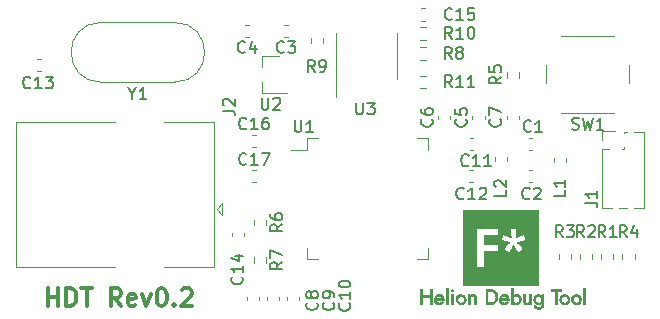
<source format=gbr>
%TF.GenerationSoftware,KiCad,Pcbnew,5.99.0+really5.1.10+dfsg1-1*%
%TF.CreationDate,2021-10-18T01:31:44-04:00*%
%TF.ProjectId,DebugDongle,44656275-6744-46f6-9e67-6c652e6b6963,rev?*%
%TF.SameCoordinates,Original*%
%TF.FileFunction,Legend,Top*%
%TF.FilePolarity,Positive*%
%FSLAX46Y46*%
G04 Gerber Fmt 4.6, Leading zero omitted, Abs format (unit mm)*
G04 Created by KiCad (PCBNEW 5.99.0+really5.1.10+dfsg1-1) date 2021-10-18 01:31:44*
%MOMM*%
%LPD*%
G01*
G04 APERTURE LIST*
%ADD10C,0.300000*%
%ADD11C,0.010000*%
%ADD12C,0.120000*%
%ADD13C,0.150000*%
G04 APERTURE END LIST*
D10*
X131028571Y-92078571D02*
X131028571Y-90578571D01*
X131028571Y-91292857D02*
X131885714Y-91292857D01*
X131885714Y-92078571D02*
X131885714Y-90578571D01*
X132600000Y-92078571D02*
X132600000Y-90578571D01*
X132957142Y-90578571D01*
X133171428Y-90650000D01*
X133314285Y-90792857D01*
X133385714Y-90935714D01*
X133457142Y-91221428D01*
X133457142Y-91435714D01*
X133385714Y-91721428D01*
X133314285Y-91864285D01*
X133171428Y-92007142D01*
X132957142Y-92078571D01*
X132600000Y-92078571D01*
X133885714Y-90578571D02*
X134742857Y-90578571D01*
X134314285Y-92078571D02*
X134314285Y-90578571D01*
X137242857Y-92078571D02*
X136742857Y-91364285D01*
X136385714Y-92078571D02*
X136385714Y-90578571D01*
X136957142Y-90578571D01*
X137100000Y-90650000D01*
X137171428Y-90721428D01*
X137242857Y-90864285D01*
X137242857Y-91078571D01*
X137171428Y-91221428D01*
X137100000Y-91292857D01*
X136957142Y-91364285D01*
X136385714Y-91364285D01*
X138457142Y-92007142D02*
X138314285Y-92078571D01*
X138028571Y-92078571D01*
X137885714Y-92007142D01*
X137814285Y-91864285D01*
X137814285Y-91292857D01*
X137885714Y-91150000D01*
X138028571Y-91078571D01*
X138314285Y-91078571D01*
X138457142Y-91150000D01*
X138528571Y-91292857D01*
X138528571Y-91435714D01*
X137814285Y-91578571D01*
X139028571Y-91078571D02*
X139385714Y-92078571D01*
X139742857Y-91078571D01*
X140600000Y-90578571D02*
X140742857Y-90578571D01*
X140885714Y-90650000D01*
X140957142Y-90721428D01*
X141028571Y-90864285D01*
X141100000Y-91150000D01*
X141100000Y-91507142D01*
X141028571Y-91792857D01*
X140957142Y-91935714D01*
X140885714Y-92007142D01*
X140742857Y-92078571D01*
X140600000Y-92078571D01*
X140457142Y-92007142D01*
X140385714Y-91935714D01*
X140314285Y-91792857D01*
X140242857Y-91507142D01*
X140242857Y-91150000D01*
X140314285Y-90864285D01*
X140385714Y-90721428D01*
X140457142Y-90650000D01*
X140600000Y-90578571D01*
X141742857Y-91935714D02*
X141814285Y-92007142D01*
X141742857Y-92078571D01*
X141671428Y-92007142D01*
X141742857Y-91935714D01*
X141742857Y-92078571D01*
X142385714Y-90721428D02*
X142457142Y-90650000D01*
X142600000Y-90578571D01*
X142957142Y-90578571D01*
X143100000Y-90650000D01*
X143171428Y-90721428D01*
X143242857Y-90864285D01*
X143242857Y-91007142D01*
X143171428Y-91221428D01*
X142314285Y-92078571D01*
X143242857Y-92078571D01*
D11*
%TO.C,G\u002A\u002A\u002A*%
G36*
X172569167Y-90316667D02*
G01*
X166219167Y-90316667D01*
X166219167Y-85511833D01*
X167298667Y-85511833D01*
X167298667Y-88771500D01*
X167954834Y-88771500D01*
X167954834Y-87395667D01*
X169140167Y-87395667D01*
X169140167Y-86824167D01*
X167954834Y-86824167D01*
X167954834Y-86484540D01*
X169375140Y-86484540D01*
X169376134Y-86494911D01*
X169398239Y-86501349D01*
X169454907Y-86515055D01*
X169539301Y-86534454D01*
X169644585Y-86557968D01*
X169742924Y-86579479D01*
X169860026Y-86605037D01*
X169961615Y-86627540D01*
X170040945Y-86645465D01*
X170091270Y-86657293D01*
X170106187Y-86661396D01*
X170093923Y-86677484D01*
X170057469Y-86719657D01*
X170001312Y-86782859D01*
X169929939Y-86862034D01*
X169858403Y-86940583D01*
X169777259Y-87030542D01*
X169707607Y-87110162D01*
X169653942Y-87174103D01*
X169620761Y-87217027D01*
X169612044Y-87233084D01*
X169629789Y-87250613D01*
X169673892Y-87286859D01*
X169736355Y-87335802D01*
X169809181Y-87391423D01*
X169884373Y-87447702D01*
X169953933Y-87498621D01*
X170009864Y-87538160D01*
X170044169Y-87560299D01*
X170050334Y-87562976D01*
X170063406Y-87545652D01*
X170093160Y-87497008D01*
X170136149Y-87422966D01*
X170188928Y-87329448D01*
X170240397Y-87236362D01*
X170298954Y-87130588D01*
X170350774Y-87039034D01*
X170392401Y-86967645D01*
X170420375Y-86922364D01*
X170430928Y-86908833D01*
X170444326Y-86926381D01*
X170474570Y-86975025D01*
X170518106Y-87048769D01*
X170571381Y-87141614D01*
X170619255Y-87226741D01*
X170678075Y-87331360D01*
X170730201Y-87422447D01*
X170772014Y-87493806D01*
X170799893Y-87539240D01*
X170809724Y-87552753D01*
X170830346Y-87543950D01*
X170876503Y-87514975D01*
X170940264Y-87471583D01*
X171013699Y-87419529D01*
X171088877Y-87364568D01*
X171157868Y-87312454D01*
X171212741Y-87268943D01*
X171245566Y-87239790D01*
X171251245Y-87232356D01*
X171239423Y-87212126D01*
X171203232Y-87166246D01*
X171147164Y-87100039D01*
X171075712Y-87018826D01*
X171004965Y-86940583D01*
X170923921Y-86851550D01*
X170854156Y-86774035D01*
X170800160Y-86713100D01*
X170766422Y-86673805D01*
X170757050Y-86661148D01*
X170777942Y-86655542D01*
X170833492Y-86642646D01*
X170916947Y-86623975D01*
X171021556Y-86601042D01*
X171119991Y-86579773D01*
X171237486Y-86554199D01*
X171339825Y-86531268D01*
X171420142Y-86512573D01*
X171471571Y-86499704D01*
X171487386Y-86494600D01*
X171486110Y-86470884D01*
X171472832Y-86417154D01*
X171450710Y-86342696D01*
X171422906Y-86256793D01*
X171392579Y-86168730D01*
X171362890Y-86087791D01*
X171336998Y-86023262D01*
X171318064Y-85984427D01*
X171311324Y-85977320D01*
X171285421Y-85985827D01*
X171228085Y-86009494D01*
X171146136Y-86045353D01*
X171046396Y-86090433D01*
X170964883Y-86128106D01*
X170857819Y-86177417D01*
X170764892Y-86219036D01*
X170692501Y-86250192D01*
X170647045Y-86268116D01*
X170634428Y-86271161D01*
X170634444Y-86248524D01*
X170638899Y-86191216D01*
X170647103Y-86106584D01*
X170658366Y-86001978D01*
X170666013Y-85935167D01*
X170679379Y-85818400D01*
X170690859Y-85713546D01*
X170699557Y-85629171D01*
X170704573Y-85573840D01*
X170705427Y-85559458D01*
X170704451Y-85540046D01*
X170695990Y-85526788D01*
X170673296Y-85518511D01*
X170629617Y-85514041D01*
X170558205Y-85512207D01*
X170452309Y-85511835D01*
X170431334Y-85511833D01*
X170318452Y-85512329D01*
X170241281Y-85514411D01*
X170193203Y-85518974D01*
X170167601Y-85526909D01*
X170157857Y-85539110D01*
X170156869Y-85548875D01*
X170159464Y-85581817D01*
X170166172Y-85648730D01*
X170176135Y-85741542D01*
X170188497Y-85852183D01*
X170196802Y-85924583D01*
X170209612Y-86039280D01*
X170219768Y-86138340D01*
X170226604Y-86214540D01*
X170229452Y-86260653D01*
X170228841Y-86271078D01*
X170208308Y-86265154D01*
X170155984Y-86243809D01*
X170078295Y-86209836D01*
X169981664Y-86166028D01*
X169900210Y-86128203D01*
X169791881Y-86078094D01*
X169696036Y-86035037D01*
X169619582Y-86002036D01*
X169569424Y-85982091D01*
X169553435Y-85977500D01*
X169539945Y-85996245D01*
X169517584Y-86046296D01*
X169489531Y-86118376D01*
X169458965Y-86203209D01*
X169429064Y-86291518D01*
X169403007Y-86374028D01*
X169383973Y-86441460D01*
X169375140Y-86484540D01*
X167954834Y-86484540D01*
X167954834Y-86104500D01*
X169182500Y-86104500D01*
X169182500Y-85511833D01*
X167298667Y-85511833D01*
X166219167Y-85511833D01*
X166219167Y-83966667D01*
X172569167Y-83966667D01*
X172569167Y-90316667D01*
G37*
X172569167Y-90316667D02*
X166219167Y-90316667D01*
X166219167Y-85511833D01*
X167298667Y-85511833D01*
X167298667Y-88771500D01*
X167954834Y-88771500D01*
X167954834Y-87395667D01*
X169140167Y-87395667D01*
X169140167Y-86824167D01*
X167954834Y-86824167D01*
X167954834Y-86484540D01*
X169375140Y-86484540D01*
X169376134Y-86494911D01*
X169398239Y-86501349D01*
X169454907Y-86515055D01*
X169539301Y-86534454D01*
X169644585Y-86557968D01*
X169742924Y-86579479D01*
X169860026Y-86605037D01*
X169961615Y-86627540D01*
X170040945Y-86645465D01*
X170091270Y-86657293D01*
X170106187Y-86661396D01*
X170093923Y-86677484D01*
X170057469Y-86719657D01*
X170001312Y-86782859D01*
X169929939Y-86862034D01*
X169858403Y-86940583D01*
X169777259Y-87030542D01*
X169707607Y-87110162D01*
X169653942Y-87174103D01*
X169620761Y-87217027D01*
X169612044Y-87233084D01*
X169629789Y-87250613D01*
X169673892Y-87286859D01*
X169736355Y-87335802D01*
X169809181Y-87391423D01*
X169884373Y-87447702D01*
X169953933Y-87498621D01*
X170009864Y-87538160D01*
X170044169Y-87560299D01*
X170050334Y-87562976D01*
X170063406Y-87545652D01*
X170093160Y-87497008D01*
X170136149Y-87422966D01*
X170188928Y-87329448D01*
X170240397Y-87236362D01*
X170298954Y-87130588D01*
X170350774Y-87039034D01*
X170392401Y-86967645D01*
X170420375Y-86922364D01*
X170430928Y-86908833D01*
X170444326Y-86926381D01*
X170474570Y-86975025D01*
X170518106Y-87048769D01*
X170571381Y-87141614D01*
X170619255Y-87226741D01*
X170678075Y-87331360D01*
X170730201Y-87422447D01*
X170772014Y-87493806D01*
X170799893Y-87539240D01*
X170809724Y-87552753D01*
X170830346Y-87543950D01*
X170876503Y-87514975D01*
X170940264Y-87471583D01*
X171013699Y-87419529D01*
X171088877Y-87364568D01*
X171157868Y-87312454D01*
X171212741Y-87268943D01*
X171245566Y-87239790D01*
X171251245Y-87232356D01*
X171239423Y-87212126D01*
X171203232Y-87166246D01*
X171147164Y-87100039D01*
X171075712Y-87018826D01*
X171004965Y-86940583D01*
X170923921Y-86851550D01*
X170854156Y-86774035D01*
X170800160Y-86713100D01*
X170766422Y-86673805D01*
X170757050Y-86661148D01*
X170777942Y-86655542D01*
X170833492Y-86642646D01*
X170916947Y-86623975D01*
X171021556Y-86601042D01*
X171119991Y-86579773D01*
X171237486Y-86554199D01*
X171339825Y-86531268D01*
X171420142Y-86512573D01*
X171471571Y-86499704D01*
X171487386Y-86494600D01*
X171486110Y-86470884D01*
X171472832Y-86417154D01*
X171450710Y-86342696D01*
X171422906Y-86256793D01*
X171392579Y-86168730D01*
X171362890Y-86087791D01*
X171336998Y-86023262D01*
X171318064Y-85984427D01*
X171311324Y-85977320D01*
X171285421Y-85985827D01*
X171228085Y-86009494D01*
X171146136Y-86045353D01*
X171046396Y-86090433D01*
X170964883Y-86128106D01*
X170857819Y-86177417D01*
X170764892Y-86219036D01*
X170692501Y-86250192D01*
X170647045Y-86268116D01*
X170634428Y-86271161D01*
X170634444Y-86248524D01*
X170638899Y-86191216D01*
X170647103Y-86106584D01*
X170658366Y-86001978D01*
X170666013Y-85935167D01*
X170679379Y-85818400D01*
X170690859Y-85713546D01*
X170699557Y-85629171D01*
X170704573Y-85573840D01*
X170705427Y-85559458D01*
X170704451Y-85540046D01*
X170695990Y-85526788D01*
X170673296Y-85518511D01*
X170629617Y-85514041D01*
X170558205Y-85512207D01*
X170452309Y-85511835D01*
X170431334Y-85511833D01*
X170318452Y-85512329D01*
X170241281Y-85514411D01*
X170193203Y-85518974D01*
X170167601Y-85526909D01*
X170157857Y-85539110D01*
X170156869Y-85548875D01*
X170159464Y-85581817D01*
X170166172Y-85648730D01*
X170176135Y-85741542D01*
X170188497Y-85852183D01*
X170196802Y-85924583D01*
X170209612Y-86039280D01*
X170219768Y-86138340D01*
X170226604Y-86214540D01*
X170229452Y-86260653D01*
X170228841Y-86271078D01*
X170208308Y-86265154D01*
X170155984Y-86243809D01*
X170078295Y-86209836D01*
X169981664Y-86166028D01*
X169900210Y-86128203D01*
X169791881Y-86078094D01*
X169696036Y-86035037D01*
X169619582Y-86002036D01*
X169569424Y-85982091D01*
X169553435Y-85977500D01*
X169539945Y-85996245D01*
X169517584Y-86046296D01*
X169489531Y-86118376D01*
X169458965Y-86203209D01*
X169429064Y-86291518D01*
X169403007Y-86374028D01*
X169383973Y-86441460D01*
X169375140Y-86484540D01*
X167954834Y-86484540D01*
X167954834Y-86104500D01*
X169182500Y-86104500D01*
X169182500Y-85511833D01*
X167298667Y-85511833D01*
X166219167Y-85511833D01*
X166219167Y-83966667D01*
X172569167Y-83966667D01*
X172569167Y-90316667D01*
G36*
X165340828Y-90697752D02*
G01*
X165366475Y-90737823D01*
X165360614Y-90780219D01*
X165355146Y-90793002D01*
X165317211Y-90834029D01*
X165263823Y-90847915D01*
X165211367Y-90833805D01*
X165181241Y-90802080D01*
X165169574Y-90758383D01*
X165188658Y-90711350D01*
X165191567Y-90706830D01*
X165237960Y-90663593D01*
X165290325Y-90661561D01*
X165340828Y-90697752D01*
G37*
X165340828Y-90697752D02*
X165366475Y-90737823D01*
X165360614Y-90780219D01*
X165355146Y-90793002D01*
X165317211Y-90834029D01*
X165263823Y-90847915D01*
X165211367Y-90833805D01*
X165181241Y-90802080D01*
X165169574Y-90758383D01*
X165188658Y-90711350D01*
X165191567Y-90706830D01*
X165237960Y-90663593D01*
X165290325Y-90661561D01*
X165340828Y-90697752D01*
G36*
X176506167Y-91925333D02*
G01*
X176358000Y-91925333D01*
X176358000Y-90528333D01*
X176506167Y-90528333D01*
X176506167Y-91925333D01*
G37*
X176506167Y-91925333D02*
X176358000Y-91925333D01*
X176358000Y-90528333D01*
X176506167Y-90528333D01*
X176506167Y-91925333D01*
G36*
X174453000Y-90803500D02*
G01*
X174114334Y-90803500D01*
X174114334Y-91925333D01*
X173966167Y-91925333D01*
X173966167Y-90803500D01*
X173648667Y-90803500D01*
X173648667Y-90655333D01*
X174453000Y-90655333D01*
X174453000Y-90803500D01*
G37*
X174453000Y-90803500D02*
X174114334Y-90803500D01*
X174114334Y-91925333D01*
X173966167Y-91925333D01*
X173966167Y-90803500D01*
X173648667Y-90803500D01*
X173648667Y-90655333D01*
X174453000Y-90655333D01*
X174453000Y-90803500D01*
G36*
X168362292Y-90661531D02*
G01*
X168501079Y-90670298D01*
X168607423Y-90682809D01*
X168691192Y-90701514D01*
X168762257Y-90728862D01*
X168830487Y-90767303D01*
X168855780Y-90784004D01*
X168965903Y-90881469D01*
X169041949Y-91001788D01*
X169084581Y-91146515D01*
X169094464Y-91317204D01*
X169093420Y-91340606D01*
X169077195Y-91479403D01*
X169042034Y-91590191D01*
X168982366Y-91685129D01*
X168894544Y-91774687D01*
X168814951Y-91835130D01*
X168729402Y-91878004D01*
X168629062Y-91905721D01*
X168505096Y-91920692D01*
X168348669Y-91925328D01*
X168342575Y-91925333D01*
X168103000Y-91925333D01*
X168103000Y-90824667D01*
X168251167Y-90824667D01*
X168251167Y-91783038D01*
X168436752Y-91772457D01*
X168564783Y-91759910D01*
X168660295Y-91737847D01*
X168709256Y-91717532D01*
X168814753Y-91643645D01*
X168892185Y-91547326D01*
X168927569Y-91464301D01*
X168950676Y-91317375D01*
X168938467Y-91179416D01*
X168893117Y-91056478D01*
X168816799Y-90954616D01*
X168718981Y-90883602D01*
X168654222Y-90853002D01*
X168594983Y-90835128D01*
X168525390Y-90826757D01*
X168429571Y-90824667D01*
X168251167Y-90824667D01*
X168103000Y-90824667D01*
X168103000Y-90648900D01*
X168362292Y-90661531D01*
G37*
X168362292Y-90661531D02*
X168501079Y-90670298D01*
X168607423Y-90682809D01*
X168691192Y-90701514D01*
X168762257Y-90728862D01*
X168830487Y-90767303D01*
X168855780Y-90784004D01*
X168965903Y-90881469D01*
X169041949Y-91001788D01*
X169084581Y-91146515D01*
X169094464Y-91317204D01*
X169093420Y-91340606D01*
X169077195Y-91479403D01*
X169042034Y-91590191D01*
X168982366Y-91685129D01*
X168894544Y-91774687D01*
X168814951Y-91835130D01*
X168729402Y-91878004D01*
X168629062Y-91905721D01*
X168505096Y-91920692D01*
X168348669Y-91925328D01*
X168342575Y-91925333D01*
X168103000Y-91925333D01*
X168103000Y-90824667D01*
X168251167Y-90824667D01*
X168251167Y-91783038D01*
X168436752Y-91772457D01*
X168564783Y-91759910D01*
X168660295Y-91737847D01*
X168709256Y-91717532D01*
X168814753Y-91643645D01*
X168892185Y-91547326D01*
X168927569Y-91464301D01*
X168950676Y-91317375D01*
X168938467Y-91179416D01*
X168893117Y-91056478D01*
X168816799Y-90954616D01*
X168718981Y-90883602D01*
X168654222Y-90853002D01*
X168594983Y-90835128D01*
X168525390Y-90826757D01*
X168429571Y-90824667D01*
X168251167Y-90824667D01*
X168103000Y-90824667D01*
X168103000Y-90648900D01*
X168362292Y-90661531D01*
G36*
X167094128Y-91095719D02*
G01*
X167146482Y-91121542D01*
X167193033Y-91155942D01*
X167227402Y-91198590D01*
X167251306Y-91255995D01*
X167266465Y-91334666D01*
X167274597Y-91441111D01*
X167277421Y-91581839D01*
X167277500Y-91617737D01*
X167277500Y-91925333D01*
X167129334Y-91925333D01*
X167129334Y-91620761D01*
X167127935Y-91480940D01*
X167122182Y-91377888D01*
X167109736Y-91306091D01*
X167088261Y-91260034D01*
X167055418Y-91234200D01*
X167008871Y-91223076D01*
X166959933Y-91221060D01*
X166892455Y-91227180D01*
X166844086Y-91252052D01*
X166807948Y-91287781D01*
X166783998Y-91315873D01*
X166767513Y-91342637D01*
X166757100Y-91376306D01*
X166751363Y-91425117D01*
X166748909Y-91497302D01*
X166748343Y-91601099D01*
X166748334Y-91639917D01*
X166748334Y-91925333D01*
X166600167Y-91925333D01*
X166600167Y-91099833D01*
X166674250Y-91099833D01*
X166724198Y-91103617D01*
X166744669Y-91121404D01*
X166748334Y-91156439D01*
X166748334Y-91213046D01*
X166795959Y-91169668D01*
X166893354Y-91103537D01*
X166993546Y-91078777D01*
X167094128Y-91095719D01*
G37*
X167094128Y-91095719D02*
X167146482Y-91121542D01*
X167193033Y-91155942D01*
X167227402Y-91198590D01*
X167251306Y-91255995D01*
X167266465Y-91334666D01*
X167274597Y-91441111D01*
X167277421Y-91581839D01*
X167277500Y-91617737D01*
X167277500Y-91925333D01*
X167129334Y-91925333D01*
X167129334Y-91620761D01*
X167127935Y-91480940D01*
X167122182Y-91377888D01*
X167109736Y-91306091D01*
X167088261Y-91260034D01*
X167055418Y-91234200D01*
X167008871Y-91223076D01*
X166959933Y-91221060D01*
X166892455Y-91227180D01*
X166844086Y-91252052D01*
X166807948Y-91287781D01*
X166783998Y-91315873D01*
X166767513Y-91342637D01*
X166757100Y-91376306D01*
X166751363Y-91425117D01*
X166748909Y-91497302D01*
X166748343Y-91601099D01*
X166748334Y-91639917D01*
X166748334Y-91925333D01*
X166600167Y-91925333D01*
X166600167Y-91099833D01*
X166674250Y-91099833D01*
X166724198Y-91103617D01*
X166744669Y-91121404D01*
X166748334Y-91156439D01*
X166748334Y-91213046D01*
X166795959Y-91169668D01*
X166893354Y-91103537D01*
X166993546Y-91078777D01*
X167094128Y-91095719D01*
G36*
X165330167Y-91925333D02*
G01*
X165203167Y-91925333D01*
X165203167Y-91099833D01*
X165330167Y-91099833D01*
X165330167Y-91925333D01*
G37*
X165330167Y-91925333D02*
X165203167Y-91925333D01*
X165203167Y-91099833D01*
X165330167Y-91099833D01*
X165330167Y-91925333D01*
G36*
X164885667Y-91925333D02*
G01*
X164737500Y-91925333D01*
X164737500Y-90528333D01*
X164885667Y-90528333D01*
X164885667Y-91925333D01*
G37*
X164885667Y-91925333D02*
X164737500Y-91925333D01*
X164737500Y-90528333D01*
X164885667Y-90528333D01*
X164885667Y-91925333D01*
G36*
X162684334Y-91163333D02*
G01*
X163382834Y-91163333D01*
X163382834Y-90655333D01*
X163531000Y-90655333D01*
X163531000Y-91925333D01*
X163382834Y-91925333D01*
X163382834Y-91311500D01*
X162684334Y-91311500D01*
X162684334Y-91925333D01*
X162536167Y-91925333D01*
X162536167Y-90655333D01*
X162684334Y-90655333D01*
X162684334Y-91163333D01*
G37*
X162684334Y-91163333D02*
X163382834Y-91163333D01*
X163382834Y-90655333D01*
X163531000Y-90655333D01*
X163531000Y-91925333D01*
X163382834Y-91925333D01*
X163382834Y-91311500D01*
X162684334Y-91311500D01*
X162684334Y-91925333D01*
X162536167Y-91925333D01*
X162536167Y-90655333D01*
X162684334Y-90655333D01*
X162684334Y-91163333D01*
G36*
X175899237Y-91109285D02*
G01*
X176006678Y-91168756D01*
X176069708Y-91226807D01*
X176126673Y-91306119D01*
X176158001Y-91394903D01*
X176166709Y-91504493D01*
X176162990Y-91577272D01*
X176132521Y-91698570D01*
X176065008Y-91803909D01*
X175964661Y-91886814D01*
X175959753Y-91889731D01*
X175882420Y-91919226D01*
X175784513Y-91935615D01*
X175685685Y-91937090D01*
X175606584Y-91922217D01*
X175489135Y-91857671D01*
X175399530Y-91764121D01*
X175342022Y-91647715D01*
X175320864Y-91514600D01*
X175320834Y-91509230D01*
X175326658Y-91468764D01*
X175470894Y-91468764D01*
X175472434Y-91562555D01*
X175501546Y-91650538D01*
X175555398Y-91724563D01*
X175631160Y-91776481D01*
X175726000Y-91798145D01*
X175736259Y-91798333D01*
X175810952Y-91790916D01*
X175879113Y-91772480D01*
X175893026Y-91766225D01*
X175962996Y-91709591D01*
X176006209Y-91632244D01*
X176024080Y-91542979D01*
X176018025Y-91450595D01*
X175989458Y-91363886D01*
X175939796Y-91291650D01*
X175870453Y-91242684D01*
X175806196Y-91226506D01*
X175712903Y-91224409D01*
X175643958Y-91239921D01*
X175583440Y-91277594D01*
X175561854Y-91296352D01*
X175499757Y-91377314D01*
X175470894Y-91468764D01*
X175326658Y-91468764D01*
X175339165Y-91381871D01*
X175389807Y-91273817D01*
X175466233Y-91187531D01*
X175561916Y-91125473D01*
X175670329Y-91090105D01*
X175784945Y-91083888D01*
X175899237Y-91109285D01*
G37*
X175899237Y-91109285D02*
X176006678Y-91168756D01*
X176069708Y-91226807D01*
X176126673Y-91306119D01*
X176158001Y-91394903D01*
X176166709Y-91504493D01*
X176162990Y-91577272D01*
X176132521Y-91698570D01*
X176065008Y-91803909D01*
X175964661Y-91886814D01*
X175959753Y-91889731D01*
X175882420Y-91919226D01*
X175784513Y-91935615D01*
X175685685Y-91937090D01*
X175606584Y-91922217D01*
X175489135Y-91857671D01*
X175399530Y-91764121D01*
X175342022Y-91647715D01*
X175320864Y-91514600D01*
X175320834Y-91509230D01*
X175326658Y-91468764D01*
X175470894Y-91468764D01*
X175472434Y-91562555D01*
X175501546Y-91650538D01*
X175555398Y-91724563D01*
X175631160Y-91776481D01*
X175726000Y-91798145D01*
X175736259Y-91798333D01*
X175810952Y-91790916D01*
X175879113Y-91772480D01*
X175893026Y-91766225D01*
X175962996Y-91709591D01*
X176006209Y-91632244D01*
X176024080Y-91542979D01*
X176018025Y-91450595D01*
X175989458Y-91363886D01*
X175939796Y-91291650D01*
X175870453Y-91242684D01*
X175806196Y-91226506D01*
X175712903Y-91224409D01*
X175643958Y-91239921D01*
X175583440Y-91277594D01*
X175561854Y-91296352D01*
X175499757Y-91377314D01*
X175470894Y-91468764D01*
X175326658Y-91468764D01*
X175339165Y-91381871D01*
X175389807Y-91273817D01*
X175466233Y-91187531D01*
X175561916Y-91125473D01*
X175670329Y-91090105D01*
X175784945Y-91083888D01*
X175899237Y-91109285D01*
G36*
X174925570Y-91109285D02*
G01*
X175033011Y-91168756D01*
X175096042Y-91226807D01*
X175153006Y-91306119D01*
X175184334Y-91394903D01*
X175193043Y-91504493D01*
X175189323Y-91577272D01*
X175158854Y-91698570D01*
X175091341Y-91803909D01*
X174990995Y-91886814D01*
X174986086Y-91889731D01*
X174908753Y-91919226D01*
X174810847Y-91935615D01*
X174712018Y-91937090D01*
X174632917Y-91922217D01*
X174515468Y-91857671D01*
X174425863Y-91764121D01*
X174368355Y-91647715D01*
X174347197Y-91514600D01*
X174347167Y-91509230D01*
X174352991Y-91468764D01*
X174497227Y-91468764D01*
X174498767Y-91562555D01*
X174527879Y-91650538D01*
X174581732Y-91724563D01*
X174657493Y-91776481D01*
X174752333Y-91798145D01*
X174762592Y-91798333D01*
X174837286Y-91790916D01*
X174905447Y-91772480D01*
X174919360Y-91766225D01*
X174989329Y-91709591D01*
X175032542Y-91632244D01*
X175050413Y-91542979D01*
X175044358Y-91450595D01*
X175015792Y-91363886D01*
X174966129Y-91291650D01*
X174896786Y-91242684D01*
X174832529Y-91226506D01*
X174739236Y-91224409D01*
X174670291Y-91239921D01*
X174609773Y-91277594D01*
X174588187Y-91296352D01*
X174526090Y-91377314D01*
X174497227Y-91468764D01*
X174352991Y-91468764D01*
X174365498Y-91381871D01*
X174416140Y-91273817D01*
X174492566Y-91187531D01*
X174588250Y-91125473D01*
X174696663Y-91090105D01*
X174811279Y-91083888D01*
X174925570Y-91109285D01*
G37*
X174925570Y-91109285D02*
X175033011Y-91168756D01*
X175096042Y-91226807D01*
X175153006Y-91306119D01*
X175184334Y-91394903D01*
X175193043Y-91504493D01*
X175189323Y-91577272D01*
X175158854Y-91698570D01*
X175091341Y-91803909D01*
X174990995Y-91886814D01*
X174986086Y-91889731D01*
X174908753Y-91919226D01*
X174810847Y-91935615D01*
X174712018Y-91937090D01*
X174632917Y-91922217D01*
X174515468Y-91857671D01*
X174425863Y-91764121D01*
X174368355Y-91647715D01*
X174347197Y-91514600D01*
X174347167Y-91509230D01*
X174352991Y-91468764D01*
X174497227Y-91468764D01*
X174498767Y-91562555D01*
X174527879Y-91650538D01*
X174581732Y-91724563D01*
X174657493Y-91776481D01*
X174752333Y-91798145D01*
X174762592Y-91798333D01*
X174837286Y-91790916D01*
X174905447Y-91772480D01*
X174919360Y-91766225D01*
X174989329Y-91709591D01*
X175032542Y-91632244D01*
X175050413Y-91542979D01*
X175044358Y-91450595D01*
X175015792Y-91363886D01*
X174966129Y-91291650D01*
X174896786Y-91242684D01*
X174832529Y-91226506D01*
X174739236Y-91224409D01*
X174670291Y-91239921D01*
X174609773Y-91277594D01*
X174588187Y-91296352D01*
X174526090Y-91377314D01*
X174497227Y-91468764D01*
X174352991Y-91468764D01*
X174365498Y-91381871D01*
X174416140Y-91273817D01*
X174492566Y-91187531D01*
X174588250Y-91125473D01*
X174696663Y-91090105D01*
X174811279Y-91083888D01*
X174925570Y-91109285D01*
G36*
X171408730Y-91404595D02*
G01*
X171412139Y-91527354D01*
X171416610Y-91615122D01*
X171423133Y-91675241D01*
X171432702Y-91715055D01*
X171446307Y-91741904D01*
X171455906Y-91753845D01*
X171514538Y-91790074D01*
X171590828Y-91800741D01*
X171669016Y-91786268D01*
X171733341Y-91747079D01*
X171734046Y-91746379D01*
X171754615Y-91723957D01*
X171768889Y-91699745D01*
X171778015Y-91666025D01*
X171783141Y-91615079D01*
X171785416Y-91539187D01*
X171785989Y-91430631D01*
X171786000Y-91397129D01*
X171786000Y-91099833D01*
X171934167Y-91099833D01*
X171934167Y-91925333D01*
X171860084Y-91925333D01*
X171810113Y-91921557D01*
X171789460Y-91903577D01*
X171785357Y-91867125D01*
X171783002Y-91829105D01*
X171773910Y-91829285D01*
X171762028Y-91847941D01*
X171721943Y-91886320D01*
X171657514Y-91920408D01*
X171586558Y-91942049D01*
X171548555Y-91945671D01*
X171494248Y-91936452D01*
X171436750Y-91916813D01*
X171375189Y-91881846D01*
X171328776Y-91834728D01*
X171295637Y-91769754D01*
X171273898Y-91681220D01*
X171261682Y-91563420D01*
X171257117Y-91410650D01*
X171256952Y-91369708D01*
X171256834Y-91099833D01*
X171401877Y-91099833D01*
X171408730Y-91404595D01*
G37*
X171408730Y-91404595D02*
X171412139Y-91527354D01*
X171416610Y-91615122D01*
X171423133Y-91675241D01*
X171432702Y-91715055D01*
X171446307Y-91741904D01*
X171455906Y-91753845D01*
X171514538Y-91790074D01*
X171590828Y-91800741D01*
X171669016Y-91786268D01*
X171733341Y-91747079D01*
X171734046Y-91746379D01*
X171754615Y-91723957D01*
X171768889Y-91699745D01*
X171778015Y-91666025D01*
X171783141Y-91615079D01*
X171785416Y-91539187D01*
X171785989Y-91430631D01*
X171786000Y-91397129D01*
X171786000Y-91099833D01*
X171934167Y-91099833D01*
X171934167Y-91925333D01*
X171860084Y-91925333D01*
X171810113Y-91921557D01*
X171789460Y-91903577D01*
X171785357Y-91867125D01*
X171783002Y-91829105D01*
X171773910Y-91829285D01*
X171762028Y-91847941D01*
X171721943Y-91886320D01*
X171657514Y-91920408D01*
X171586558Y-91942049D01*
X171548555Y-91945671D01*
X171494248Y-91936452D01*
X171436750Y-91916813D01*
X171375189Y-91881846D01*
X171328776Y-91834728D01*
X171295637Y-91769754D01*
X171273898Y-91681220D01*
X171261682Y-91563420D01*
X171257117Y-91410650D01*
X171256952Y-91369708D01*
X171256834Y-91099833D01*
X171401877Y-91099833D01*
X171408730Y-91404595D01*
G36*
X170389000Y-91207821D02*
G01*
X170466797Y-91148535D01*
X170520301Y-91113440D01*
X170573705Y-91095591D01*
X170645304Y-91089762D01*
X170673222Y-91089576D01*
X170801329Y-91105550D01*
X170904676Y-91154537D01*
X170988025Y-91239214D01*
X171015894Y-91282067D01*
X171045193Y-91337763D01*
X171060709Y-91388600D01*
X171065498Y-91450683D01*
X171063091Y-91530842D01*
X171054833Y-91625593D01*
X171038610Y-91694353D01*
X171010105Y-91753303D01*
X170999190Y-91770476D01*
X170918683Y-91856451D01*
X170815781Y-91913460D01*
X170700961Y-91938498D01*
X170584702Y-91928560D01*
X170523468Y-91906877D01*
X170464726Y-91873385D01*
X170421665Y-91838096D01*
X170412987Y-91826801D01*
X170397649Y-91806000D01*
X170391086Y-91818928D01*
X170389644Y-91856542D01*
X170385504Y-91902706D01*
X170365584Y-91921633D01*
X170316841Y-91925332D01*
X170314917Y-91925333D01*
X170240834Y-91925333D01*
X170240834Y-91489571D01*
X170388446Y-91489571D01*
X170396860Y-91585882D01*
X170429617Y-91675116D01*
X170486536Y-91746976D01*
X170520017Y-91770919D01*
X170590868Y-91792542D01*
X170678766Y-91793376D01*
X170766083Y-91775574D01*
X170835190Y-91741289D01*
X170846966Y-91730989D01*
X170898887Y-91651644D01*
X170924734Y-91550737D01*
X170921183Y-91442407D01*
X170918232Y-91427813D01*
X170878066Y-91333532D01*
X170810502Y-91266308D01*
X170723014Y-91229200D01*
X170623079Y-91225269D01*
X170518173Y-91257575D01*
X170511067Y-91261153D01*
X170445368Y-91316908D01*
X170404555Y-91396480D01*
X170388446Y-91489571D01*
X170240834Y-91489571D01*
X170240834Y-90528333D01*
X170389000Y-90528333D01*
X170389000Y-91207821D01*
G37*
X170389000Y-91207821D02*
X170466797Y-91148535D01*
X170520301Y-91113440D01*
X170573705Y-91095591D01*
X170645304Y-91089762D01*
X170673222Y-91089576D01*
X170801329Y-91105550D01*
X170904676Y-91154537D01*
X170988025Y-91239214D01*
X171015894Y-91282067D01*
X171045193Y-91337763D01*
X171060709Y-91388600D01*
X171065498Y-91450683D01*
X171063091Y-91530842D01*
X171054833Y-91625593D01*
X171038610Y-91694353D01*
X171010105Y-91753303D01*
X170999190Y-91770476D01*
X170918683Y-91856451D01*
X170815781Y-91913460D01*
X170700961Y-91938498D01*
X170584702Y-91928560D01*
X170523468Y-91906877D01*
X170464726Y-91873385D01*
X170421665Y-91838096D01*
X170412987Y-91826801D01*
X170397649Y-91806000D01*
X170391086Y-91818928D01*
X170389644Y-91856542D01*
X170385504Y-91902706D01*
X170365584Y-91921633D01*
X170316841Y-91925332D01*
X170314917Y-91925333D01*
X170240834Y-91925333D01*
X170240834Y-91489571D01*
X170388446Y-91489571D01*
X170396860Y-91585882D01*
X170429617Y-91675116D01*
X170486536Y-91746976D01*
X170520017Y-91770919D01*
X170590868Y-91792542D01*
X170678766Y-91793376D01*
X170766083Y-91775574D01*
X170835190Y-91741289D01*
X170846966Y-91730989D01*
X170898887Y-91651644D01*
X170924734Y-91550737D01*
X170921183Y-91442407D01*
X170918232Y-91427813D01*
X170878066Y-91333532D01*
X170810502Y-91266308D01*
X170723014Y-91229200D01*
X170623079Y-91225269D01*
X170518173Y-91257575D01*
X170511067Y-91261153D01*
X170445368Y-91316908D01*
X170404555Y-91396480D01*
X170388446Y-91489571D01*
X170240834Y-91489571D01*
X170240834Y-90528333D01*
X170389000Y-90528333D01*
X170389000Y-91207821D01*
G36*
X169787416Y-91103953D02*
G01*
X169897903Y-91157685D01*
X169923523Y-91177324D01*
X169970183Y-91235524D01*
X170011239Y-91319597D01*
X170040130Y-91413094D01*
X170050334Y-91495258D01*
X170050334Y-91544333D01*
X169722250Y-91544333D01*
X169591057Y-91544712D01*
X169497363Y-91547225D01*
X169436335Y-91553941D01*
X169403140Y-91566925D01*
X169392943Y-91588246D01*
X169400912Y-91619968D01*
X169422212Y-91664161D01*
X169425796Y-91671099D01*
X169477002Y-91741937D01*
X169546071Y-91782637D01*
X169641885Y-91797914D01*
X169665577Y-91798333D01*
X169737429Y-91794986D01*
X169786166Y-91780093D01*
X169830786Y-91746379D01*
X169850043Y-91727691D01*
X169920685Y-91657048D01*
X169977138Y-91702062D01*
X170033592Y-91747076D01*
X169948211Y-91824213D01*
X169834821Y-91900579D01*
X169708804Y-91939670D01*
X169577962Y-91939628D01*
X169519337Y-91926270D01*
X169417693Y-91874418D01*
X169335134Y-91790460D01*
X169276875Y-91682282D01*
X169248126Y-91557775D01*
X169246000Y-91512583D01*
X169260715Y-91402647D01*
X169263086Y-91396231D01*
X169406570Y-91396231D01*
X169417306Y-91406823D01*
X169447986Y-91413145D01*
X169505265Y-91416273D01*
X169595799Y-91417281D01*
X169638248Y-91417333D01*
X169739201Y-91415674D01*
X169817949Y-91411091D01*
X169867365Y-91404176D01*
X169881000Y-91397162D01*
X169864746Y-91339176D01*
X169824542Y-91279256D01*
X169773224Y-91236420D01*
X169772097Y-91235829D01*
X169674209Y-91206414D01*
X169578849Y-91215492D01*
X169494581Y-91259656D01*
X169429966Y-91335498D01*
X169409124Y-91380292D01*
X169406570Y-91396231D01*
X169263086Y-91396231D01*
X169300514Y-91294978D01*
X169358876Y-91202999D01*
X169425950Y-91142146D01*
X169539444Y-91095335D01*
X169663931Y-91082887D01*
X169787416Y-91103953D01*
G37*
X169787416Y-91103953D02*
X169897903Y-91157685D01*
X169923523Y-91177324D01*
X169970183Y-91235524D01*
X170011239Y-91319597D01*
X170040130Y-91413094D01*
X170050334Y-91495258D01*
X170050334Y-91544333D01*
X169722250Y-91544333D01*
X169591057Y-91544712D01*
X169497363Y-91547225D01*
X169436335Y-91553941D01*
X169403140Y-91566925D01*
X169392943Y-91588246D01*
X169400912Y-91619968D01*
X169422212Y-91664161D01*
X169425796Y-91671099D01*
X169477002Y-91741937D01*
X169546071Y-91782637D01*
X169641885Y-91797914D01*
X169665577Y-91798333D01*
X169737429Y-91794986D01*
X169786166Y-91780093D01*
X169830786Y-91746379D01*
X169850043Y-91727691D01*
X169920685Y-91657048D01*
X169977138Y-91702062D01*
X170033592Y-91747076D01*
X169948211Y-91824213D01*
X169834821Y-91900579D01*
X169708804Y-91939670D01*
X169577962Y-91939628D01*
X169519337Y-91926270D01*
X169417693Y-91874418D01*
X169335134Y-91790460D01*
X169276875Y-91682282D01*
X169248126Y-91557775D01*
X169246000Y-91512583D01*
X169260715Y-91402647D01*
X169263086Y-91396231D01*
X169406570Y-91396231D01*
X169417306Y-91406823D01*
X169447986Y-91413145D01*
X169505265Y-91416273D01*
X169595799Y-91417281D01*
X169638248Y-91417333D01*
X169739201Y-91415674D01*
X169817949Y-91411091D01*
X169867365Y-91404176D01*
X169881000Y-91397162D01*
X169864746Y-91339176D01*
X169824542Y-91279256D01*
X169773224Y-91236420D01*
X169772097Y-91235829D01*
X169674209Y-91206414D01*
X169578849Y-91215492D01*
X169494581Y-91259656D01*
X169429966Y-91335498D01*
X169409124Y-91380292D01*
X169406570Y-91396231D01*
X169263086Y-91396231D01*
X169300514Y-91294978D01*
X169358876Y-91202999D01*
X169425950Y-91142146D01*
X169539444Y-91095335D01*
X169663931Y-91082887D01*
X169787416Y-91103953D01*
G36*
X166141404Y-91109285D02*
G01*
X166248844Y-91168756D01*
X166311875Y-91226807D01*
X166368839Y-91306119D01*
X166400167Y-91394903D01*
X166408876Y-91504493D01*
X166405156Y-91577272D01*
X166374688Y-91698570D01*
X166307174Y-91803909D01*
X166206828Y-91886814D01*
X166201919Y-91889731D01*
X166124586Y-91919226D01*
X166026680Y-91935615D01*
X165927852Y-91937090D01*
X165848750Y-91922217D01*
X165731302Y-91857671D01*
X165641697Y-91764121D01*
X165584188Y-91647715D01*
X165563030Y-91514600D01*
X165563000Y-91509230D01*
X165568824Y-91468764D01*
X165713061Y-91468764D01*
X165714601Y-91562555D01*
X165743713Y-91650538D01*
X165797565Y-91724563D01*
X165873327Y-91776481D01*
X165968167Y-91798145D01*
X165978425Y-91798333D01*
X166053119Y-91790916D01*
X166121280Y-91772480D01*
X166135193Y-91766225D01*
X166205163Y-91709591D01*
X166248375Y-91632244D01*
X166266247Y-91542979D01*
X166260191Y-91450595D01*
X166231625Y-91363886D01*
X166181963Y-91291650D01*
X166112619Y-91242684D01*
X166048363Y-91226506D01*
X165955069Y-91224409D01*
X165886124Y-91239921D01*
X165825606Y-91277594D01*
X165804020Y-91296352D01*
X165741924Y-91377314D01*
X165713061Y-91468764D01*
X165568824Y-91468764D01*
X165581331Y-91381871D01*
X165631974Y-91273817D01*
X165708400Y-91187531D01*
X165804083Y-91125473D01*
X165912496Y-91090105D01*
X166027112Y-91083888D01*
X166141404Y-91109285D01*
G37*
X166141404Y-91109285D02*
X166248844Y-91168756D01*
X166311875Y-91226807D01*
X166368839Y-91306119D01*
X166400167Y-91394903D01*
X166408876Y-91504493D01*
X166405156Y-91577272D01*
X166374688Y-91698570D01*
X166307174Y-91803909D01*
X166206828Y-91886814D01*
X166201919Y-91889731D01*
X166124586Y-91919226D01*
X166026680Y-91935615D01*
X165927852Y-91937090D01*
X165848750Y-91922217D01*
X165731302Y-91857671D01*
X165641697Y-91764121D01*
X165584188Y-91647715D01*
X165563030Y-91514600D01*
X165563000Y-91509230D01*
X165568824Y-91468764D01*
X165713061Y-91468764D01*
X165714601Y-91562555D01*
X165743713Y-91650538D01*
X165797565Y-91724563D01*
X165873327Y-91776481D01*
X165968167Y-91798145D01*
X165978425Y-91798333D01*
X166053119Y-91790916D01*
X166121280Y-91772480D01*
X166135193Y-91766225D01*
X166205163Y-91709591D01*
X166248375Y-91632244D01*
X166266247Y-91542979D01*
X166260191Y-91450595D01*
X166231625Y-91363886D01*
X166181963Y-91291650D01*
X166112619Y-91242684D01*
X166048363Y-91226506D01*
X165955069Y-91224409D01*
X165886124Y-91239921D01*
X165825606Y-91277594D01*
X165804020Y-91296352D01*
X165741924Y-91377314D01*
X165713061Y-91468764D01*
X165568824Y-91468764D01*
X165581331Y-91381871D01*
X165631974Y-91273817D01*
X165708400Y-91187531D01*
X165804083Y-91125473D01*
X165912496Y-91090105D01*
X166027112Y-91083888D01*
X166141404Y-91109285D01*
G36*
X164284083Y-91103953D02*
G01*
X164394569Y-91157685D01*
X164420190Y-91177324D01*
X164466850Y-91235524D01*
X164507906Y-91319597D01*
X164536797Y-91413094D01*
X164547000Y-91495258D01*
X164547000Y-91544333D01*
X164218917Y-91544333D01*
X164087723Y-91544712D01*
X163994029Y-91547225D01*
X163933002Y-91553941D01*
X163899806Y-91566925D01*
X163889610Y-91588246D01*
X163897578Y-91619968D01*
X163918879Y-91664161D01*
X163922463Y-91671099D01*
X163973669Y-91741937D01*
X164042737Y-91782637D01*
X164138552Y-91797914D01*
X164162243Y-91798333D01*
X164234096Y-91794986D01*
X164282832Y-91780093D01*
X164327452Y-91746379D01*
X164346709Y-91727691D01*
X164417352Y-91657048D01*
X164530258Y-91747076D01*
X164444877Y-91824213D01*
X164331488Y-91900579D01*
X164205470Y-91939670D01*
X164074629Y-91939628D01*
X164016004Y-91926270D01*
X163914359Y-91874418D01*
X163831801Y-91790460D01*
X163773542Y-91682282D01*
X163744793Y-91557775D01*
X163742667Y-91512583D01*
X163757382Y-91402647D01*
X163759753Y-91396231D01*
X163903237Y-91396231D01*
X163913973Y-91406823D01*
X163944653Y-91413145D01*
X164001932Y-91416273D01*
X164092465Y-91417281D01*
X164134914Y-91417333D01*
X164235868Y-91415674D01*
X164314615Y-91411091D01*
X164364031Y-91404176D01*
X164377667Y-91397162D01*
X164361413Y-91339176D01*
X164321209Y-91279256D01*
X164269890Y-91236420D01*
X164268764Y-91235829D01*
X164170875Y-91206414D01*
X164075516Y-91215492D01*
X163991248Y-91259656D01*
X163926633Y-91335498D01*
X163905790Y-91380292D01*
X163903237Y-91396231D01*
X163759753Y-91396231D01*
X163797181Y-91294978D01*
X163855543Y-91202999D01*
X163922617Y-91142146D01*
X164036111Y-91095335D01*
X164160598Y-91082887D01*
X164284083Y-91103953D01*
G37*
X164284083Y-91103953D02*
X164394569Y-91157685D01*
X164420190Y-91177324D01*
X164466850Y-91235524D01*
X164507906Y-91319597D01*
X164536797Y-91413094D01*
X164547000Y-91495258D01*
X164547000Y-91544333D01*
X164218917Y-91544333D01*
X164087723Y-91544712D01*
X163994029Y-91547225D01*
X163933002Y-91553941D01*
X163899806Y-91566925D01*
X163889610Y-91588246D01*
X163897578Y-91619968D01*
X163918879Y-91664161D01*
X163922463Y-91671099D01*
X163973669Y-91741937D01*
X164042737Y-91782637D01*
X164138552Y-91797914D01*
X164162243Y-91798333D01*
X164234096Y-91794986D01*
X164282832Y-91780093D01*
X164327452Y-91746379D01*
X164346709Y-91727691D01*
X164417352Y-91657048D01*
X164530258Y-91747076D01*
X164444877Y-91824213D01*
X164331488Y-91900579D01*
X164205470Y-91939670D01*
X164074629Y-91939628D01*
X164016004Y-91926270D01*
X163914359Y-91874418D01*
X163831801Y-91790460D01*
X163773542Y-91682282D01*
X163744793Y-91557775D01*
X163742667Y-91512583D01*
X163757382Y-91402647D01*
X163759753Y-91396231D01*
X163903237Y-91396231D01*
X163913973Y-91406823D01*
X163944653Y-91413145D01*
X164001932Y-91416273D01*
X164092465Y-91417281D01*
X164134914Y-91417333D01*
X164235868Y-91415674D01*
X164314615Y-91411091D01*
X164364031Y-91404176D01*
X164377667Y-91397162D01*
X164361413Y-91339176D01*
X164321209Y-91279256D01*
X164269890Y-91236420D01*
X164268764Y-91235829D01*
X164170875Y-91206414D01*
X164075516Y-91215492D01*
X163991248Y-91259656D01*
X163926633Y-91335498D01*
X163905790Y-91380292D01*
X163903237Y-91396231D01*
X163759753Y-91396231D01*
X163797181Y-91294978D01*
X163855543Y-91202999D01*
X163922617Y-91142146D01*
X164036111Y-91095335D01*
X164160598Y-91082887D01*
X164284083Y-91103953D01*
G36*
X172678542Y-91107226D02*
G01*
X172776088Y-91169966D01*
X172786125Y-91179223D01*
X172844334Y-91234753D01*
X172844334Y-91167293D01*
X172847911Y-91122503D01*
X172867139Y-91103770D01*
X172914758Y-91099844D01*
X172920747Y-91099833D01*
X172997160Y-91099833D01*
X172987739Y-91560208D01*
X172983732Y-91726990D01*
X172978633Y-91857447D01*
X172971344Y-91957586D01*
X172960767Y-92033415D01*
X172945804Y-92090941D01*
X172925358Y-92136173D01*
X172898332Y-92175118D01*
X172869445Y-92207681D01*
X172766236Y-92288032D01*
X172646399Y-92330123D01*
X172512993Y-92333175D01*
X172436266Y-92318283D01*
X172336797Y-92276175D01*
X172253464Y-92211327D01*
X172194398Y-92132380D01*
X172167733Y-92047973D01*
X172167000Y-92032218D01*
X172174901Y-92002406D01*
X172206233Y-91990341D01*
X172241084Y-91988833D01*
X172292536Y-91993831D01*
X172313116Y-92012683D01*
X172315167Y-92028974D01*
X172330243Y-92066303D01*
X172368325Y-92114062D01*
X172389987Y-92134807D01*
X172452807Y-92180088D01*
X172515910Y-92198528D01*
X172556190Y-92200500D01*
X172663342Y-92182299D01*
X172747996Y-92129782D01*
X172807407Y-92046075D01*
X172838830Y-91934304D01*
X172843139Y-91873748D01*
X172844334Y-91790413D01*
X172786125Y-91845943D01*
X172690000Y-91912565D01*
X172586225Y-91942367D01*
X172480943Y-91938554D01*
X172380299Y-91904330D01*
X172290437Y-91842898D01*
X172217501Y-91757461D01*
X172167637Y-91651223D01*
X172146987Y-91527388D01*
X172146763Y-91512583D01*
X172149898Y-91489287D01*
X172293626Y-91489287D01*
X172302519Y-91592479D01*
X172325870Y-91658013D01*
X172382515Y-91732130D01*
X172463002Y-91780384D01*
X172555949Y-91800396D01*
X172649975Y-91789786D01*
X172733697Y-91746173D01*
X172736476Y-91743871D01*
X172800666Y-91664270D01*
X172832774Y-91567530D01*
X172832524Y-91464448D01*
X172799640Y-91365821D01*
X172747911Y-91295625D01*
X172692356Y-91249497D01*
X172634338Y-91227509D01*
X172557406Y-91224530D01*
X172526834Y-91226692D01*
X172435783Y-91253570D01*
X172364042Y-91311710D01*
X172315395Y-91392989D01*
X172293626Y-91489287D01*
X172149898Y-91489287D01*
X172163732Y-91386513D01*
X172210562Y-91277848D01*
X172281137Y-91189778D01*
X172369338Y-91125491D01*
X172469051Y-91088178D01*
X172574158Y-91081026D01*
X172678542Y-91107226D01*
G37*
X172678542Y-91107226D02*
X172776088Y-91169966D01*
X172786125Y-91179223D01*
X172844334Y-91234753D01*
X172844334Y-91167293D01*
X172847911Y-91122503D01*
X172867139Y-91103770D01*
X172914758Y-91099844D01*
X172920747Y-91099833D01*
X172997160Y-91099833D01*
X172987739Y-91560208D01*
X172983732Y-91726990D01*
X172978633Y-91857447D01*
X172971344Y-91957586D01*
X172960767Y-92033415D01*
X172945804Y-92090941D01*
X172925358Y-92136173D01*
X172898332Y-92175118D01*
X172869445Y-92207681D01*
X172766236Y-92288032D01*
X172646399Y-92330123D01*
X172512993Y-92333175D01*
X172436266Y-92318283D01*
X172336797Y-92276175D01*
X172253464Y-92211327D01*
X172194398Y-92132380D01*
X172167733Y-92047973D01*
X172167000Y-92032218D01*
X172174901Y-92002406D01*
X172206233Y-91990341D01*
X172241084Y-91988833D01*
X172292536Y-91993831D01*
X172313116Y-92012683D01*
X172315167Y-92028974D01*
X172330243Y-92066303D01*
X172368325Y-92114062D01*
X172389987Y-92134807D01*
X172452807Y-92180088D01*
X172515910Y-92198528D01*
X172556190Y-92200500D01*
X172663342Y-92182299D01*
X172747996Y-92129782D01*
X172807407Y-92046075D01*
X172838830Y-91934304D01*
X172843139Y-91873748D01*
X172844334Y-91790413D01*
X172786125Y-91845943D01*
X172690000Y-91912565D01*
X172586225Y-91942367D01*
X172480943Y-91938554D01*
X172380299Y-91904330D01*
X172290437Y-91842898D01*
X172217501Y-91757461D01*
X172167637Y-91651223D01*
X172146987Y-91527388D01*
X172146763Y-91512583D01*
X172149898Y-91489287D01*
X172293626Y-91489287D01*
X172302519Y-91592479D01*
X172325870Y-91658013D01*
X172382515Y-91732130D01*
X172463002Y-91780384D01*
X172555949Y-91800396D01*
X172649975Y-91789786D01*
X172733697Y-91746173D01*
X172736476Y-91743871D01*
X172800666Y-91664270D01*
X172832774Y-91567530D01*
X172832524Y-91464448D01*
X172799640Y-91365821D01*
X172747911Y-91295625D01*
X172692356Y-91249497D01*
X172634338Y-91227509D01*
X172557406Y-91224530D01*
X172526834Y-91226692D01*
X172435783Y-91253570D01*
X172364042Y-91311710D01*
X172315395Y-91392989D01*
X172293626Y-91489287D01*
X172149898Y-91489287D01*
X172163732Y-91386513D01*
X172210562Y-91277848D01*
X172281137Y-91189778D01*
X172369338Y-91125491D01*
X172469051Y-91088178D01*
X172574158Y-91081026D01*
X172678542Y-91107226D01*
D12*
%TO.C,J1*%
X177970000Y-77270000D02*
X179100000Y-77270000D01*
X177970000Y-78030000D02*
X177970000Y-77270000D01*
X180677530Y-77335000D02*
X181500000Y-77335000D01*
X179860000Y-77335000D02*
X180062470Y-77335000D01*
X179860000Y-77466529D02*
X179860000Y-77335000D01*
X179860000Y-78736529D02*
X179860000Y-78593471D01*
X179663471Y-78790000D02*
X179806529Y-78790000D01*
X177970000Y-78790000D02*
X178536529Y-78790000D01*
X181500000Y-77335000D02*
X181500000Y-83805000D01*
X177970000Y-78790000D02*
X177970000Y-83805000D01*
X179407530Y-83805000D02*
X180062470Y-83805000D01*
X180677530Y-83805000D02*
X181500000Y-83805000D01*
X177970000Y-83805000D02*
X178792470Y-83805000D01*
%TO.C,Y1*%
X141785000Y-68075000D02*
X135535000Y-68075000D01*
X141785000Y-73125000D02*
X135535000Y-73125000D01*
X135535000Y-68075000D02*
G75*
G03*
X135535000Y-73125000I0J-2525000D01*
G01*
X141785000Y-68075000D02*
G75*
G02*
X141785000Y-73125000I0J-2525000D01*
G01*
%TO.C,U3*%
X155440000Y-70900000D02*
X155440000Y-74350000D01*
X155440000Y-70900000D02*
X155440000Y-68950000D01*
X160560000Y-70900000D02*
X160560000Y-72850000D01*
X160560000Y-70900000D02*
X160560000Y-68950000D01*
%TO.C,U2*%
X149140000Y-70920000D02*
X150600000Y-70920000D01*
X149140000Y-74080000D02*
X151300000Y-74080000D01*
X149140000Y-74080000D02*
X149140000Y-73150000D01*
X149140000Y-70920000D02*
X149140000Y-71850000D01*
%TO.C,U1*%
X152990000Y-78840000D02*
X151650000Y-78840000D01*
X152990000Y-77890000D02*
X152990000Y-78840000D01*
X153940000Y-77890000D02*
X152990000Y-77890000D01*
X163210000Y-77890000D02*
X163210000Y-78840000D01*
X162260000Y-77890000D02*
X163210000Y-77890000D01*
X152990000Y-88110000D02*
X152990000Y-87160000D01*
X153940000Y-88110000D02*
X152990000Y-88110000D01*
X163210000Y-88110000D02*
X163210000Y-87160000D01*
X162260000Y-88110000D02*
X163210000Y-88110000D01*
%TO.C,SW1*%
X173250000Y-71700000D02*
X173250000Y-73200000D01*
X174500000Y-75700000D02*
X179000000Y-75700000D01*
X180250000Y-73200000D02*
X180250000Y-71700000D01*
X179000000Y-69200000D02*
X174500000Y-69200000D01*
%TO.C,R11*%
X163037258Y-72577500D02*
X162562742Y-72577500D01*
X163037258Y-73622500D02*
X162562742Y-73622500D01*
%TO.C,R10*%
X162562742Y-69522500D02*
X163037258Y-69522500D01*
X162562742Y-68477500D02*
X163037258Y-68477500D01*
%TO.C,R9*%
X153277500Y-69362742D02*
X153277500Y-69837258D01*
X154322500Y-69362742D02*
X154322500Y-69837258D01*
%TO.C,R8*%
X162562742Y-71222500D02*
X163037258Y-71222500D01*
X162562742Y-70177500D02*
X163037258Y-70177500D01*
%TO.C,R7*%
X148477500Y-87962742D02*
X148477500Y-88437258D01*
X149522500Y-87962742D02*
X149522500Y-88437258D01*
%TO.C,R6*%
X148477500Y-84762742D02*
X148477500Y-85237258D01*
X149522500Y-84762742D02*
X149522500Y-85237258D01*
%TO.C,R5*%
X170922500Y-72737258D02*
X170922500Y-72262742D01*
X169877500Y-72737258D02*
X169877500Y-72262742D01*
%TO.C,R4*%
X179677500Y-87662742D02*
X179677500Y-88137258D01*
X180722500Y-87662742D02*
X180722500Y-88137258D01*
%TO.C,R3*%
X175322500Y-88137258D02*
X175322500Y-87662742D01*
X174277500Y-88137258D02*
X174277500Y-87662742D01*
%TO.C,R2*%
X177122500Y-88137258D02*
X177122500Y-87662742D01*
X176077500Y-88137258D02*
X176077500Y-87662742D01*
%TO.C,R1*%
X178922500Y-88137258D02*
X178922500Y-87662742D01*
X177877500Y-88137258D02*
X177877500Y-87662742D01*
%TO.C,L2*%
X168890000Y-79437221D02*
X168890000Y-79762779D01*
X169910000Y-79437221D02*
X169910000Y-79762779D01*
%TO.C,L1*%
X173890000Y-79537221D02*
X173890000Y-79862779D01*
X174910000Y-79537221D02*
X174910000Y-79862779D01*
%TO.C,J2*%
X145820000Y-83400000D02*
X145320000Y-83900000D01*
X145820000Y-84400000D02*
X145820000Y-83400000D01*
X145320000Y-83900000D02*
X145820000Y-84400000D01*
X128380000Y-76490000D02*
X136740000Y-76490000D01*
X128380000Y-88810000D02*
X128380000Y-76490000D01*
X136740000Y-88810000D02*
X128380000Y-88810000D01*
X145100000Y-76490000D02*
X140840000Y-76490000D01*
X145100000Y-88810000D02*
X145100000Y-76490000D01*
X140840000Y-88810000D02*
X145100000Y-88810000D01*
%TO.C,C17*%
X148359420Y-81610000D02*
X148640580Y-81610000D01*
X148359420Y-80590000D02*
X148640580Y-80590000D01*
%TO.C,C16*%
X148359420Y-78610000D02*
X148640580Y-78610000D01*
X148359420Y-77590000D02*
X148640580Y-77590000D01*
%TO.C,C15*%
X162659420Y-67910000D02*
X162940580Y-67910000D01*
X162659420Y-66890000D02*
X162940580Y-66890000D01*
%TO.C,C14*%
X147610000Y-86140580D02*
X147610000Y-85859420D01*
X146590000Y-86140580D02*
X146590000Y-85859420D01*
%TO.C,C13*%
X130159420Y-72210000D02*
X130440580Y-72210000D01*
X130159420Y-71190000D02*
X130440580Y-71190000D01*
%TO.C,C12*%
X166734420Y-81610000D02*
X167015580Y-81610000D01*
X166734420Y-80590000D02*
X167015580Y-80590000D01*
%TO.C,C11*%
X167040580Y-77890000D02*
X166759420Y-77890000D01*
X167040580Y-78910000D02*
X166759420Y-78910000D01*
%TO.C,C10*%
X152310000Y-91565580D02*
X152310000Y-91284420D01*
X151290000Y-91565580D02*
X151290000Y-91284420D01*
%TO.C,C9*%
X150610000Y-91565580D02*
X150610000Y-91284420D01*
X149590000Y-91565580D02*
X149590000Y-91284420D01*
%TO.C,C8*%
X148910000Y-91565580D02*
X148910000Y-91284420D01*
X147890000Y-91565580D02*
X147890000Y-91284420D01*
%TO.C,C7*%
X170910000Y-76240580D02*
X170910000Y-75959420D01*
X169890000Y-76240580D02*
X169890000Y-75959420D01*
%TO.C,C6*%
X165110000Y-76240580D02*
X165110000Y-75959420D01*
X164090000Y-76240580D02*
X164090000Y-75959420D01*
%TO.C,C5*%
X168010000Y-76240580D02*
X168010000Y-75959420D01*
X166990000Y-76240580D02*
X166990000Y-75959420D01*
%TO.C,C4*%
X147759420Y-69310000D02*
X148040580Y-69310000D01*
X147759420Y-68290000D02*
X148040580Y-68290000D01*
%TO.C,C3*%
X151059420Y-69310000D02*
X151340580Y-69310000D01*
X151059420Y-68290000D02*
X151340580Y-68290000D01*
%TO.C,C2*%
X171784420Y-81610000D02*
X172065580Y-81610000D01*
X171784420Y-80590000D02*
X172065580Y-80590000D01*
%TO.C,C1*%
X172040580Y-77890000D02*
X171759420Y-77890000D01*
X172040580Y-78910000D02*
X171759420Y-78910000D01*
%TO.C,J1*%
D13*
X176552380Y-83333333D02*
X177266666Y-83333333D01*
X177409523Y-83380952D01*
X177504761Y-83476190D01*
X177552380Y-83619047D01*
X177552380Y-83714285D01*
X177552380Y-82333333D02*
X177552380Y-82904761D01*
X177552380Y-82619047D02*
X176552380Y-82619047D01*
X176695238Y-82714285D01*
X176790476Y-82809523D01*
X176838095Y-82904761D01*
%TO.C,Y1*%
X138183809Y-74101190D02*
X138183809Y-74577380D01*
X137850476Y-73577380D02*
X138183809Y-74101190D01*
X138517142Y-73577380D01*
X139374285Y-74577380D02*
X138802857Y-74577380D01*
X139088571Y-74577380D02*
X139088571Y-73577380D01*
X138993333Y-73720238D01*
X138898095Y-73815476D01*
X138802857Y-73863095D01*
%TO.C,U3*%
X157138095Y-74852380D02*
X157138095Y-75661904D01*
X157185714Y-75757142D01*
X157233333Y-75804761D01*
X157328571Y-75852380D01*
X157519047Y-75852380D01*
X157614285Y-75804761D01*
X157661904Y-75757142D01*
X157709523Y-75661904D01*
X157709523Y-74852380D01*
X158090476Y-74852380D02*
X158709523Y-74852380D01*
X158376190Y-75233333D01*
X158519047Y-75233333D01*
X158614285Y-75280952D01*
X158661904Y-75328571D01*
X158709523Y-75423809D01*
X158709523Y-75661904D01*
X158661904Y-75757142D01*
X158614285Y-75804761D01*
X158519047Y-75852380D01*
X158233333Y-75852380D01*
X158138095Y-75804761D01*
X158090476Y-75757142D01*
%TO.C,U2*%
X149138095Y-74452380D02*
X149138095Y-75261904D01*
X149185714Y-75357142D01*
X149233333Y-75404761D01*
X149328571Y-75452380D01*
X149519047Y-75452380D01*
X149614285Y-75404761D01*
X149661904Y-75357142D01*
X149709523Y-75261904D01*
X149709523Y-74452380D01*
X150138095Y-74547619D02*
X150185714Y-74500000D01*
X150280952Y-74452380D01*
X150519047Y-74452380D01*
X150614285Y-74500000D01*
X150661904Y-74547619D01*
X150709523Y-74642857D01*
X150709523Y-74738095D01*
X150661904Y-74880952D01*
X150090476Y-75452380D01*
X150709523Y-75452380D01*
%TO.C,U1*%
X151938095Y-76352380D02*
X151938095Y-77161904D01*
X151985714Y-77257142D01*
X152033333Y-77304761D01*
X152128571Y-77352380D01*
X152319047Y-77352380D01*
X152414285Y-77304761D01*
X152461904Y-77257142D01*
X152509523Y-77161904D01*
X152509523Y-76352380D01*
X153509523Y-77352380D02*
X152938095Y-77352380D01*
X153223809Y-77352380D02*
X153223809Y-76352380D01*
X153128571Y-76495238D01*
X153033333Y-76590476D01*
X152938095Y-76638095D01*
%TO.C,SW1*%
X175416666Y-77104761D02*
X175559523Y-77152380D01*
X175797619Y-77152380D01*
X175892857Y-77104761D01*
X175940476Y-77057142D01*
X175988095Y-76961904D01*
X175988095Y-76866666D01*
X175940476Y-76771428D01*
X175892857Y-76723809D01*
X175797619Y-76676190D01*
X175607142Y-76628571D01*
X175511904Y-76580952D01*
X175464285Y-76533333D01*
X175416666Y-76438095D01*
X175416666Y-76342857D01*
X175464285Y-76247619D01*
X175511904Y-76200000D01*
X175607142Y-76152380D01*
X175845238Y-76152380D01*
X175988095Y-76200000D01*
X176321428Y-76152380D02*
X176559523Y-77152380D01*
X176750000Y-76438095D01*
X176940476Y-77152380D01*
X177178571Y-76152380D01*
X178083333Y-77152380D02*
X177511904Y-77152380D01*
X177797619Y-77152380D02*
X177797619Y-76152380D01*
X177702380Y-76295238D01*
X177607142Y-76390476D01*
X177511904Y-76438095D01*
%TO.C,R11*%
X165257142Y-73552380D02*
X164923809Y-73076190D01*
X164685714Y-73552380D02*
X164685714Y-72552380D01*
X165066666Y-72552380D01*
X165161904Y-72600000D01*
X165209523Y-72647619D01*
X165257142Y-72742857D01*
X165257142Y-72885714D01*
X165209523Y-72980952D01*
X165161904Y-73028571D01*
X165066666Y-73076190D01*
X164685714Y-73076190D01*
X166209523Y-73552380D02*
X165638095Y-73552380D01*
X165923809Y-73552380D02*
X165923809Y-72552380D01*
X165828571Y-72695238D01*
X165733333Y-72790476D01*
X165638095Y-72838095D01*
X167161904Y-73552380D02*
X166590476Y-73552380D01*
X166876190Y-73552380D02*
X166876190Y-72552380D01*
X166780952Y-72695238D01*
X166685714Y-72790476D01*
X166590476Y-72838095D01*
%TO.C,R10*%
X165257142Y-69452380D02*
X164923809Y-68976190D01*
X164685714Y-69452380D02*
X164685714Y-68452380D01*
X165066666Y-68452380D01*
X165161904Y-68500000D01*
X165209523Y-68547619D01*
X165257142Y-68642857D01*
X165257142Y-68785714D01*
X165209523Y-68880952D01*
X165161904Y-68928571D01*
X165066666Y-68976190D01*
X164685714Y-68976190D01*
X166209523Y-69452380D02*
X165638095Y-69452380D01*
X165923809Y-69452380D02*
X165923809Y-68452380D01*
X165828571Y-68595238D01*
X165733333Y-68690476D01*
X165638095Y-68738095D01*
X166828571Y-68452380D02*
X166923809Y-68452380D01*
X167019047Y-68500000D01*
X167066666Y-68547619D01*
X167114285Y-68642857D01*
X167161904Y-68833333D01*
X167161904Y-69071428D01*
X167114285Y-69261904D01*
X167066666Y-69357142D01*
X167019047Y-69404761D01*
X166923809Y-69452380D01*
X166828571Y-69452380D01*
X166733333Y-69404761D01*
X166685714Y-69357142D01*
X166638095Y-69261904D01*
X166590476Y-69071428D01*
X166590476Y-68833333D01*
X166638095Y-68642857D01*
X166685714Y-68547619D01*
X166733333Y-68500000D01*
X166828571Y-68452380D01*
%TO.C,R9*%
X153633333Y-72252380D02*
X153300000Y-71776190D01*
X153061904Y-72252380D02*
X153061904Y-71252380D01*
X153442857Y-71252380D01*
X153538095Y-71300000D01*
X153585714Y-71347619D01*
X153633333Y-71442857D01*
X153633333Y-71585714D01*
X153585714Y-71680952D01*
X153538095Y-71728571D01*
X153442857Y-71776190D01*
X153061904Y-71776190D01*
X154109523Y-72252380D02*
X154300000Y-72252380D01*
X154395238Y-72204761D01*
X154442857Y-72157142D01*
X154538095Y-72014285D01*
X154585714Y-71823809D01*
X154585714Y-71442857D01*
X154538095Y-71347619D01*
X154490476Y-71300000D01*
X154395238Y-71252380D01*
X154204761Y-71252380D01*
X154109523Y-71300000D01*
X154061904Y-71347619D01*
X154014285Y-71442857D01*
X154014285Y-71680952D01*
X154061904Y-71776190D01*
X154109523Y-71823809D01*
X154204761Y-71871428D01*
X154395238Y-71871428D01*
X154490476Y-71823809D01*
X154538095Y-71776190D01*
X154585714Y-71680952D01*
%TO.C,R8*%
X165233333Y-71152380D02*
X164900000Y-70676190D01*
X164661904Y-71152380D02*
X164661904Y-70152380D01*
X165042857Y-70152380D01*
X165138095Y-70200000D01*
X165185714Y-70247619D01*
X165233333Y-70342857D01*
X165233333Y-70485714D01*
X165185714Y-70580952D01*
X165138095Y-70628571D01*
X165042857Y-70676190D01*
X164661904Y-70676190D01*
X165804761Y-70580952D02*
X165709523Y-70533333D01*
X165661904Y-70485714D01*
X165614285Y-70390476D01*
X165614285Y-70342857D01*
X165661904Y-70247619D01*
X165709523Y-70200000D01*
X165804761Y-70152380D01*
X165995238Y-70152380D01*
X166090476Y-70200000D01*
X166138095Y-70247619D01*
X166185714Y-70342857D01*
X166185714Y-70390476D01*
X166138095Y-70485714D01*
X166090476Y-70533333D01*
X165995238Y-70580952D01*
X165804761Y-70580952D01*
X165709523Y-70628571D01*
X165661904Y-70676190D01*
X165614285Y-70771428D01*
X165614285Y-70961904D01*
X165661904Y-71057142D01*
X165709523Y-71104761D01*
X165804761Y-71152380D01*
X165995238Y-71152380D01*
X166090476Y-71104761D01*
X166138095Y-71057142D01*
X166185714Y-70961904D01*
X166185714Y-70771428D01*
X166138095Y-70676190D01*
X166090476Y-70628571D01*
X165995238Y-70580952D01*
%TO.C,R7*%
X150882380Y-88366666D02*
X150406190Y-88700000D01*
X150882380Y-88938095D02*
X149882380Y-88938095D01*
X149882380Y-88557142D01*
X149930000Y-88461904D01*
X149977619Y-88414285D01*
X150072857Y-88366666D01*
X150215714Y-88366666D01*
X150310952Y-88414285D01*
X150358571Y-88461904D01*
X150406190Y-88557142D01*
X150406190Y-88938095D01*
X149882380Y-88033333D02*
X149882380Y-87366666D01*
X150882380Y-87795238D01*
%TO.C,R6*%
X150882380Y-85166666D02*
X150406190Y-85500000D01*
X150882380Y-85738095D02*
X149882380Y-85738095D01*
X149882380Y-85357142D01*
X149930000Y-85261904D01*
X149977619Y-85214285D01*
X150072857Y-85166666D01*
X150215714Y-85166666D01*
X150310952Y-85214285D01*
X150358571Y-85261904D01*
X150406190Y-85357142D01*
X150406190Y-85738095D01*
X149882380Y-84309523D02*
X149882380Y-84500000D01*
X149930000Y-84595238D01*
X149977619Y-84642857D01*
X150120476Y-84738095D01*
X150310952Y-84785714D01*
X150691904Y-84785714D01*
X150787142Y-84738095D01*
X150834761Y-84690476D01*
X150882380Y-84595238D01*
X150882380Y-84404761D01*
X150834761Y-84309523D01*
X150787142Y-84261904D01*
X150691904Y-84214285D01*
X150453809Y-84214285D01*
X150358571Y-84261904D01*
X150310952Y-84309523D01*
X150263333Y-84404761D01*
X150263333Y-84595238D01*
X150310952Y-84690476D01*
X150358571Y-84738095D01*
X150453809Y-84785714D01*
%TO.C,R5*%
X169422380Y-72666666D02*
X168946190Y-73000000D01*
X169422380Y-73238095D02*
X168422380Y-73238095D01*
X168422380Y-72857142D01*
X168470000Y-72761904D01*
X168517619Y-72714285D01*
X168612857Y-72666666D01*
X168755714Y-72666666D01*
X168850952Y-72714285D01*
X168898571Y-72761904D01*
X168946190Y-72857142D01*
X168946190Y-73238095D01*
X168422380Y-71761904D02*
X168422380Y-72238095D01*
X168898571Y-72285714D01*
X168850952Y-72238095D01*
X168803333Y-72142857D01*
X168803333Y-71904761D01*
X168850952Y-71809523D01*
X168898571Y-71761904D01*
X168993809Y-71714285D01*
X169231904Y-71714285D01*
X169327142Y-71761904D01*
X169374761Y-71809523D01*
X169422380Y-71904761D01*
X169422380Y-72142857D01*
X169374761Y-72238095D01*
X169327142Y-72285714D01*
%TO.C,R4*%
X180033333Y-86252380D02*
X179700000Y-85776190D01*
X179461904Y-86252380D02*
X179461904Y-85252380D01*
X179842857Y-85252380D01*
X179938095Y-85300000D01*
X179985714Y-85347619D01*
X180033333Y-85442857D01*
X180033333Y-85585714D01*
X179985714Y-85680952D01*
X179938095Y-85728571D01*
X179842857Y-85776190D01*
X179461904Y-85776190D01*
X180890476Y-85585714D02*
X180890476Y-86252380D01*
X180652380Y-85204761D02*
X180414285Y-85919047D01*
X181033333Y-85919047D01*
%TO.C,R3*%
X174633333Y-86252380D02*
X174300000Y-85776190D01*
X174061904Y-86252380D02*
X174061904Y-85252380D01*
X174442857Y-85252380D01*
X174538095Y-85300000D01*
X174585714Y-85347619D01*
X174633333Y-85442857D01*
X174633333Y-85585714D01*
X174585714Y-85680952D01*
X174538095Y-85728571D01*
X174442857Y-85776190D01*
X174061904Y-85776190D01*
X174966666Y-85252380D02*
X175585714Y-85252380D01*
X175252380Y-85633333D01*
X175395238Y-85633333D01*
X175490476Y-85680952D01*
X175538095Y-85728571D01*
X175585714Y-85823809D01*
X175585714Y-86061904D01*
X175538095Y-86157142D01*
X175490476Y-86204761D01*
X175395238Y-86252380D01*
X175109523Y-86252380D01*
X175014285Y-86204761D01*
X174966666Y-86157142D01*
%TO.C,R2*%
X176433333Y-86252380D02*
X176100000Y-85776190D01*
X175861904Y-86252380D02*
X175861904Y-85252380D01*
X176242857Y-85252380D01*
X176338095Y-85300000D01*
X176385714Y-85347619D01*
X176433333Y-85442857D01*
X176433333Y-85585714D01*
X176385714Y-85680952D01*
X176338095Y-85728571D01*
X176242857Y-85776190D01*
X175861904Y-85776190D01*
X176814285Y-85347619D02*
X176861904Y-85300000D01*
X176957142Y-85252380D01*
X177195238Y-85252380D01*
X177290476Y-85300000D01*
X177338095Y-85347619D01*
X177385714Y-85442857D01*
X177385714Y-85538095D01*
X177338095Y-85680952D01*
X176766666Y-86252380D01*
X177385714Y-86252380D01*
%TO.C,R1*%
X178233333Y-86252380D02*
X177900000Y-85776190D01*
X177661904Y-86252380D02*
X177661904Y-85252380D01*
X178042857Y-85252380D01*
X178138095Y-85300000D01*
X178185714Y-85347619D01*
X178233333Y-85442857D01*
X178233333Y-85585714D01*
X178185714Y-85680952D01*
X178138095Y-85728571D01*
X178042857Y-85776190D01*
X177661904Y-85776190D01*
X179185714Y-86252380D02*
X178614285Y-86252380D01*
X178900000Y-86252380D02*
X178900000Y-85252380D01*
X178804761Y-85395238D01*
X178709523Y-85490476D01*
X178614285Y-85538095D01*
%TO.C,L2*%
X169852380Y-82266666D02*
X169852380Y-82742857D01*
X168852380Y-82742857D01*
X168947619Y-81980952D02*
X168900000Y-81933333D01*
X168852380Y-81838095D01*
X168852380Y-81600000D01*
X168900000Y-81504761D01*
X168947619Y-81457142D01*
X169042857Y-81409523D01*
X169138095Y-81409523D01*
X169280952Y-81457142D01*
X169852380Y-82028571D01*
X169852380Y-81409523D01*
%TO.C,L1*%
X174852380Y-82266666D02*
X174852380Y-82742857D01*
X173852380Y-82742857D01*
X174852380Y-81409523D02*
X174852380Y-81980952D01*
X174852380Y-81695238D02*
X173852380Y-81695238D01*
X173995238Y-81790476D01*
X174090476Y-81885714D01*
X174138095Y-81980952D01*
%TO.C,J2*%
X145852380Y-75533333D02*
X146566666Y-75533333D01*
X146709523Y-75580952D01*
X146804761Y-75676190D01*
X146852380Y-75819047D01*
X146852380Y-75914285D01*
X145947619Y-75104761D02*
X145900000Y-75057142D01*
X145852380Y-74961904D01*
X145852380Y-74723809D01*
X145900000Y-74628571D01*
X145947619Y-74580952D01*
X146042857Y-74533333D01*
X146138095Y-74533333D01*
X146280952Y-74580952D01*
X146852380Y-75152380D01*
X146852380Y-74533333D01*
%TO.C,C17*%
X147857142Y-80027142D02*
X147809523Y-80074761D01*
X147666666Y-80122380D01*
X147571428Y-80122380D01*
X147428571Y-80074761D01*
X147333333Y-79979523D01*
X147285714Y-79884285D01*
X147238095Y-79693809D01*
X147238095Y-79550952D01*
X147285714Y-79360476D01*
X147333333Y-79265238D01*
X147428571Y-79170000D01*
X147571428Y-79122380D01*
X147666666Y-79122380D01*
X147809523Y-79170000D01*
X147857142Y-79217619D01*
X148809523Y-80122380D02*
X148238095Y-80122380D01*
X148523809Y-80122380D02*
X148523809Y-79122380D01*
X148428571Y-79265238D01*
X148333333Y-79360476D01*
X148238095Y-79408095D01*
X149142857Y-79122380D02*
X149809523Y-79122380D01*
X149380952Y-80122380D01*
%TO.C,C16*%
X147857142Y-77027142D02*
X147809523Y-77074761D01*
X147666666Y-77122380D01*
X147571428Y-77122380D01*
X147428571Y-77074761D01*
X147333333Y-76979523D01*
X147285714Y-76884285D01*
X147238095Y-76693809D01*
X147238095Y-76550952D01*
X147285714Y-76360476D01*
X147333333Y-76265238D01*
X147428571Y-76170000D01*
X147571428Y-76122380D01*
X147666666Y-76122380D01*
X147809523Y-76170000D01*
X147857142Y-76217619D01*
X148809523Y-77122380D02*
X148238095Y-77122380D01*
X148523809Y-77122380D02*
X148523809Y-76122380D01*
X148428571Y-76265238D01*
X148333333Y-76360476D01*
X148238095Y-76408095D01*
X149666666Y-76122380D02*
X149476190Y-76122380D01*
X149380952Y-76170000D01*
X149333333Y-76217619D01*
X149238095Y-76360476D01*
X149190476Y-76550952D01*
X149190476Y-76931904D01*
X149238095Y-77027142D01*
X149285714Y-77074761D01*
X149380952Y-77122380D01*
X149571428Y-77122380D01*
X149666666Y-77074761D01*
X149714285Y-77027142D01*
X149761904Y-76931904D01*
X149761904Y-76693809D01*
X149714285Y-76598571D01*
X149666666Y-76550952D01*
X149571428Y-76503333D01*
X149380952Y-76503333D01*
X149285714Y-76550952D01*
X149238095Y-76598571D01*
X149190476Y-76693809D01*
%TO.C,C15*%
X165257142Y-67757142D02*
X165209523Y-67804761D01*
X165066666Y-67852380D01*
X164971428Y-67852380D01*
X164828571Y-67804761D01*
X164733333Y-67709523D01*
X164685714Y-67614285D01*
X164638095Y-67423809D01*
X164638095Y-67280952D01*
X164685714Y-67090476D01*
X164733333Y-66995238D01*
X164828571Y-66900000D01*
X164971428Y-66852380D01*
X165066666Y-66852380D01*
X165209523Y-66900000D01*
X165257142Y-66947619D01*
X166209523Y-67852380D02*
X165638095Y-67852380D01*
X165923809Y-67852380D02*
X165923809Y-66852380D01*
X165828571Y-66995238D01*
X165733333Y-67090476D01*
X165638095Y-67138095D01*
X167114285Y-66852380D02*
X166638095Y-66852380D01*
X166590476Y-67328571D01*
X166638095Y-67280952D01*
X166733333Y-67233333D01*
X166971428Y-67233333D01*
X167066666Y-67280952D01*
X167114285Y-67328571D01*
X167161904Y-67423809D01*
X167161904Y-67661904D01*
X167114285Y-67757142D01*
X167066666Y-67804761D01*
X166971428Y-67852380D01*
X166733333Y-67852380D01*
X166638095Y-67804761D01*
X166590476Y-67757142D01*
%TO.C,C14*%
X147457142Y-89617857D02*
X147504761Y-89665476D01*
X147552380Y-89808333D01*
X147552380Y-89903571D01*
X147504761Y-90046428D01*
X147409523Y-90141666D01*
X147314285Y-90189285D01*
X147123809Y-90236904D01*
X146980952Y-90236904D01*
X146790476Y-90189285D01*
X146695238Y-90141666D01*
X146600000Y-90046428D01*
X146552380Y-89903571D01*
X146552380Y-89808333D01*
X146600000Y-89665476D01*
X146647619Y-89617857D01*
X147552380Y-88665476D02*
X147552380Y-89236904D01*
X147552380Y-88951190D02*
X146552380Y-88951190D01*
X146695238Y-89046428D01*
X146790476Y-89141666D01*
X146838095Y-89236904D01*
X146885714Y-87808333D02*
X147552380Y-87808333D01*
X146504761Y-88046428D02*
X147219047Y-88284523D01*
X147219047Y-87665476D01*
%TO.C,C13*%
X129557142Y-73557142D02*
X129509523Y-73604761D01*
X129366666Y-73652380D01*
X129271428Y-73652380D01*
X129128571Y-73604761D01*
X129033333Y-73509523D01*
X128985714Y-73414285D01*
X128938095Y-73223809D01*
X128938095Y-73080952D01*
X128985714Y-72890476D01*
X129033333Y-72795238D01*
X129128571Y-72700000D01*
X129271428Y-72652380D01*
X129366666Y-72652380D01*
X129509523Y-72700000D01*
X129557142Y-72747619D01*
X130509523Y-73652380D02*
X129938095Y-73652380D01*
X130223809Y-73652380D02*
X130223809Y-72652380D01*
X130128571Y-72795238D01*
X130033333Y-72890476D01*
X129938095Y-72938095D01*
X130842857Y-72652380D02*
X131461904Y-72652380D01*
X131128571Y-73033333D01*
X131271428Y-73033333D01*
X131366666Y-73080952D01*
X131414285Y-73128571D01*
X131461904Y-73223809D01*
X131461904Y-73461904D01*
X131414285Y-73557142D01*
X131366666Y-73604761D01*
X131271428Y-73652380D01*
X130985714Y-73652380D01*
X130890476Y-73604761D01*
X130842857Y-73557142D01*
%TO.C,C12*%
X166257142Y-82957142D02*
X166209523Y-83004761D01*
X166066666Y-83052380D01*
X165971428Y-83052380D01*
X165828571Y-83004761D01*
X165733333Y-82909523D01*
X165685714Y-82814285D01*
X165638095Y-82623809D01*
X165638095Y-82480952D01*
X165685714Y-82290476D01*
X165733333Y-82195238D01*
X165828571Y-82100000D01*
X165971428Y-82052380D01*
X166066666Y-82052380D01*
X166209523Y-82100000D01*
X166257142Y-82147619D01*
X167209523Y-83052380D02*
X166638095Y-83052380D01*
X166923809Y-83052380D02*
X166923809Y-82052380D01*
X166828571Y-82195238D01*
X166733333Y-82290476D01*
X166638095Y-82338095D01*
X167590476Y-82147619D02*
X167638095Y-82100000D01*
X167733333Y-82052380D01*
X167971428Y-82052380D01*
X168066666Y-82100000D01*
X168114285Y-82147619D01*
X168161904Y-82242857D01*
X168161904Y-82338095D01*
X168114285Y-82480952D01*
X167542857Y-83052380D01*
X168161904Y-83052380D01*
%TO.C,C11*%
X166657142Y-80157142D02*
X166609523Y-80204761D01*
X166466666Y-80252380D01*
X166371428Y-80252380D01*
X166228571Y-80204761D01*
X166133333Y-80109523D01*
X166085714Y-80014285D01*
X166038095Y-79823809D01*
X166038095Y-79680952D01*
X166085714Y-79490476D01*
X166133333Y-79395238D01*
X166228571Y-79300000D01*
X166371428Y-79252380D01*
X166466666Y-79252380D01*
X166609523Y-79300000D01*
X166657142Y-79347619D01*
X167609523Y-80252380D02*
X167038095Y-80252380D01*
X167323809Y-80252380D02*
X167323809Y-79252380D01*
X167228571Y-79395238D01*
X167133333Y-79490476D01*
X167038095Y-79538095D01*
X168561904Y-80252380D02*
X167990476Y-80252380D01*
X168276190Y-80252380D02*
X168276190Y-79252380D01*
X168180952Y-79395238D01*
X168085714Y-79490476D01*
X167990476Y-79538095D01*
%TO.C,C10*%
X156557142Y-91842857D02*
X156604761Y-91890476D01*
X156652380Y-92033333D01*
X156652380Y-92128571D01*
X156604761Y-92271428D01*
X156509523Y-92366666D01*
X156414285Y-92414285D01*
X156223809Y-92461904D01*
X156080952Y-92461904D01*
X155890476Y-92414285D01*
X155795238Y-92366666D01*
X155700000Y-92271428D01*
X155652380Y-92128571D01*
X155652380Y-92033333D01*
X155700000Y-91890476D01*
X155747619Y-91842857D01*
X156652380Y-90890476D02*
X156652380Y-91461904D01*
X156652380Y-91176190D02*
X155652380Y-91176190D01*
X155795238Y-91271428D01*
X155890476Y-91366666D01*
X155938095Y-91461904D01*
X155652380Y-90271428D02*
X155652380Y-90176190D01*
X155700000Y-90080952D01*
X155747619Y-90033333D01*
X155842857Y-89985714D01*
X156033333Y-89938095D01*
X156271428Y-89938095D01*
X156461904Y-89985714D01*
X156557142Y-90033333D01*
X156604761Y-90080952D01*
X156652380Y-90176190D01*
X156652380Y-90271428D01*
X156604761Y-90366666D01*
X156557142Y-90414285D01*
X156461904Y-90461904D01*
X156271428Y-90509523D01*
X156033333Y-90509523D01*
X155842857Y-90461904D01*
X155747619Y-90414285D01*
X155700000Y-90366666D01*
X155652380Y-90271428D01*
%TO.C,C9*%
X155207142Y-91791666D02*
X155254761Y-91839285D01*
X155302380Y-91982142D01*
X155302380Y-92077380D01*
X155254761Y-92220238D01*
X155159523Y-92315476D01*
X155064285Y-92363095D01*
X154873809Y-92410714D01*
X154730952Y-92410714D01*
X154540476Y-92363095D01*
X154445238Y-92315476D01*
X154350000Y-92220238D01*
X154302380Y-92077380D01*
X154302380Y-91982142D01*
X154350000Y-91839285D01*
X154397619Y-91791666D01*
X155302380Y-91315476D02*
X155302380Y-91125000D01*
X155254761Y-91029761D01*
X155207142Y-90982142D01*
X155064285Y-90886904D01*
X154873809Y-90839285D01*
X154492857Y-90839285D01*
X154397619Y-90886904D01*
X154350000Y-90934523D01*
X154302380Y-91029761D01*
X154302380Y-91220238D01*
X154350000Y-91315476D01*
X154397619Y-91363095D01*
X154492857Y-91410714D01*
X154730952Y-91410714D01*
X154826190Y-91363095D01*
X154873809Y-91315476D01*
X154921428Y-91220238D01*
X154921428Y-91029761D01*
X154873809Y-90934523D01*
X154826190Y-90886904D01*
X154730952Y-90839285D01*
%TO.C,C8*%
X153807142Y-91791666D02*
X153854761Y-91839285D01*
X153902380Y-91982142D01*
X153902380Y-92077380D01*
X153854761Y-92220238D01*
X153759523Y-92315476D01*
X153664285Y-92363095D01*
X153473809Y-92410714D01*
X153330952Y-92410714D01*
X153140476Y-92363095D01*
X153045238Y-92315476D01*
X152950000Y-92220238D01*
X152902380Y-92077380D01*
X152902380Y-91982142D01*
X152950000Y-91839285D01*
X152997619Y-91791666D01*
X153330952Y-91220238D02*
X153283333Y-91315476D01*
X153235714Y-91363095D01*
X153140476Y-91410714D01*
X153092857Y-91410714D01*
X152997619Y-91363095D01*
X152950000Y-91315476D01*
X152902380Y-91220238D01*
X152902380Y-91029761D01*
X152950000Y-90934523D01*
X152997619Y-90886904D01*
X153092857Y-90839285D01*
X153140476Y-90839285D01*
X153235714Y-90886904D01*
X153283333Y-90934523D01*
X153330952Y-91029761D01*
X153330952Y-91220238D01*
X153378571Y-91315476D01*
X153426190Y-91363095D01*
X153521428Y-91410714D01*
X153711904Y-91410714D01*
X153807142Y-91363095D01*
X153854761Y-91315476D01*
X153902380Y-91220238D01*
X153902380Y-91029761D01*
X153854761Y-90934523D01*
X153807142Y-90886904D01*
X153711904Y-90839285D01*
X153521428Y-90839285D01*
X153426190Y-90886904D01*
X153378571Y-90934523D01*
X153330952Y-91029761D01*
%TO.C,C7*%
X169327142Y-76266666D02*
X169374761Y-76314285D01*
X169422380Y-76457142D01*
X169422380Y-76552380D01*
X169374761Y-76695238D01*
X169279523Y-76790476D01*
X169184285Y-76838095D01*
X168993809Y-76885714D01*
X168850952Y-76885714D01*
X168660476Y-76838095D01*
X168565238Y-76790476D01*
X168470000Y-76695238D01*
X168422380Y-76552380D01*
X168422380Y-76457142D01*
X168470000Y-76314285D01*
X168517619Y-76266666D01*
X168422380Y-75933333D02*
X168422380Y-75266666D01*
X169422380Y-75695238D01*
%TO.C,C6*%
X163527142Y-76266666D02*
X163574761Y-76314285D01*
X163622380Y-76457142D01*
X163622380Y-76552380D01*
X163574761Y-76695238D01*
X163479523Y-76790476D01*
X163384285Y-76838095D01*
X163193809Y-76885714D01*
X163050952Y-76885714D01*
X162860476Y-76838095D01*
X162765238Y-76790476D01*
X162670000Y-76695238D01*
X162622380Y-76552380D01*
X162622380Y-76457142D01*
X162670000Y-76314285D01*
X162717619Y-76266666D01*
X162622380Y-75409523D02*
X162622380Y-75600000D01*
X162670000Y-75695238D01*
X162717619Y-75742857D01*
X162860476Y-75838095D01*
X163050952Y-75885714D01*
X163431904Y-75885714D01*
X163527142Y-75838095D01*
X163574761Y-75790476D01*
X163622380Y-75695238D01*
X163622380Y-75504761D01*
X163574761Y-75409523D01*
X163527142Y-75361904D01*
X163431904Y-75314285D01*
X163193809Y-75314285D01*
X163098571Y-75361904D01*
X163050952Y-75409523D01*
X163003333Y-75504761D01*
X163003333Y-75695238D01*
X163050952Y-75790476D01*
X163098571Y-75838095D01*
X163193809Y-75885714D01*
%TO.C,C5*%
X166427142Y-76266666D02*
X166474761Y-76314285D01*
X166522380Y-76457142D01*
X166522380Y-76552380D01*
X166474761Y-76695238D01*
X166379523Y-76790476D01*
X166284285Y-76838095D01*
X166093809Y-76885714D01*
X165950952Y-76885714D01*
X165760476Y-76838095D01*
X165665238Y-76790476D01*
X165570000Y-76695238D01*
X165522380Y-76552380D01*
X165522380Y-76457142D01*
X165570000Y-76314285D01*
X165617619Y-76266666D01*
X165522380Y-75361904D02*
X165522380Y-75838095D01*
X165998571Y-75885714D01*
X165950952Y-75838095D01*
X165903333Y-75742857D01*
X165903333Y-75504761D01*
X165950952Y-75409523D01*
X165998571Y-75361904D01*
X166093809Y-75314285D01*
X166331904Y-75314285D01*
X166427142Y-75361904D01*
X166474761Y-75409523D01*
X166522380Y-75504761D01*
X166522380Y-75742857D01*
X166474761Y-75838095D01*
X166427142Y-75885714D01*
%TO.C,C4*%
X147733333Y-70557142D02*
X147685714Y-70604761D01*
X147542857Y-70652380D01*
X147447619Y-70652380D01*
X147304761Y-70604761D01*
X147209523Y-70509523D01*
X147161904Y-70414285D01*
X147114285Y-70223809D01*
X147114285Y-70080952D01*
X147161904Y-69890476D01*
X147209523Y-69795238D01*
X147304761Y-69700000D01*
X147447619Y-69652380D01*
X147542857Y-69652380D01*
X147685714Y-69700000D01*
X147733333Y-69747619D01*
X148590476Y-69985714D02*
X148590476Y-70652380D01*
X148352380Y-69604761D02*
X148114285Y-70319047D01*
X148733333Y-70319047D01*
%TO.C,C3*%
X151033333Y-70557142D02*
X150985714Y-70604761D01*
X150842857Y-70652380D01*
X150747619Y-70652380D01*
X150604761Y-70604761D01*
X150509523Y-70509523D01*
X150461904Y-70414285D01*
X150414285Y-70223809D01*
X150414285Y-70080952D01*
X150461904Y-69890476D01*
X150509523Y-69795238D01*
X150604761Y-69700000D01*
X150747619Y-69652380D01*
X150842857Y-69652380D01*
X150985714Y-69700000D01*
X151033333Y-69747619D01*
X151366666Y-69652380D02*
X151985714Y-69652380D01*
X151652380Y-70033333D01*
X151795238Y-70033333D01*
X151890476Y-70080952D01*
X151938095Y-70128571D01*
X151985714Y-70223809D01*
X151985714Y-70461904D01*
X151938095Y-70557142D01*
X151890476Y-70604761D01*
X151795238Y-70652380D01*
X151509523Y-70652380D01*
X151414285Y-70604761D01*
X151366666Y-70557142D01*
%TO.C,C2*%
X171833333Y-82957142D02*
X171785714Y-83004761D01*
X171642857Y-83052380D01*
X171547619Y-83052380D01*
X171404761Y-83004761D01*
X171309523Y-82909523D01*
X171261904Y-82814285D01*
X171214285Y-82623809D01*
X171214285Y-82480952D01*
X171261904Y-82290476D01*
X171309523Y-82195238D01*
X171404761Y-82100000D01*
X171547619Y-82052380D01*
X171642857Y-82052380D01*
X171785714Y-82100000D01*
X171833333Y-82147619D01*
X172214285Y-82147619D02*
X172261904Y-82100000D01*
X172357142Y-82052380D01*
X172595238Y-82052380D01*
X172690476Y-82100000D01*
X172738095Y-82147619D01*
X172785714Y-82242857D01*
X172785714Y-82338095D01*
X172738095Y-82480952D01*
X172166666Y-83052380D01*
X172785714Y-83052380D01*
%TO.C,C1*%
X171933333Y-77257142D02*
X171885714Y-77304761D01*
X171742857Y-77352380D01*
X171647619Y-77352380D01*
X171504761Y-77304761D01*
X171409523Y-77209523D01*
X171361904Y-77114285D01*
X171314285Y-76923809D01*
X171314285Y-76780952D01*
X171361904Y-76590476D01*
X171409523Y-76495238D01*
X171504761Y-76400000D01*
X171647619Y-76352380D01*
X171742857Y-76352380D01*
X171885714Y-76400000D01*
X171933333Y-76447619D01*
X172885714Y-77352380D02*
X172314285Y-77352380D01*
X172600000Y-77352380D02*
X172600000Y-76352380D01*
X172504761Y-76495238D01*
X172409523Y-76590476D01*
X172314285Y-76638095D01*
%TD*%
M02*

</source>
